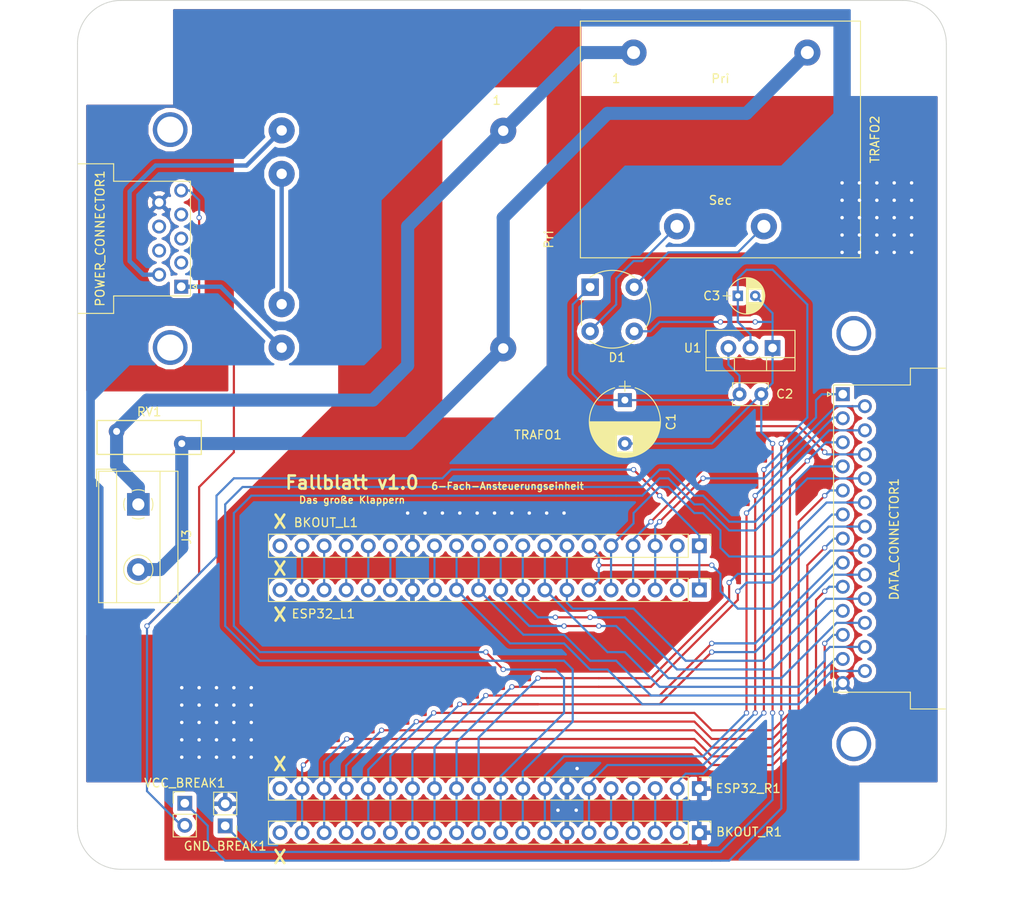
<source format=kicad_pcb>
(kicad_pcb (version 4) (host pcbnew 4.0.7)
  (layers (0 F.Cu signal) (31 B.Cu signal) (34 B.Paste user) (35 F.Paste user) (36 B.SilkS user) (37 F.SilkS user) (38 B.Mask user) (39 F.Mask user) (44 Edge.Cuts user))
  (net 0 "")
  (net 1 +3V3)
  (net 2 GND)
  (net 3 "Net-(BKOUT_L1-Pad2)")
  (net 4 "Net-(BKOUT_L1-Pad13)")
  (net 5 "Net-(BKOUT_L1-Pad15)")
  (net 6 "Net-(BKOUT_L1-Pad16)")
  (net 7 "Net-(BKOUT_L1-Pad17)")
  (net 8 "Net-(BKOUT_L1-Pad18)")
  (net 9 "Net-(BKOUT_L1-Pad19)")
  (net 10 "Net-(BKOUT_R1-Pad3)")
  (net 11 "Net-(BKOUT_R1-Pad4)")
  (net 12 "Net-(BKOUT_R1-Pad5)")
  (net 13 "Net-(C1-Pad1)")
  (net 14 48VAC_L)
  (net 15 48VAC_N)
  (net 16 "Net-(D1-Pad4)")
  (net 17 230VAC_L)
  (net 18 230VAC_N)
  (net 19 "Net-(D1-Pad2)")
  (net 20 /SENSOR_IN_1)
  (net 21 /SENSOR_IN_2)
  (net 22 /SENSOR_IN_3)
  (net 23 /SENSOR_IN_4)
  (net 24 /SENSOR_IN_5)
  (net 25 /SENSOR_IN_6)
  (net 26 /FSENSOR5)
  (net 27 /HSENSOR5)
  (net 28 /FSENSOR6)
  (net 29 /HSENSOR6)
  (net 30 /MOTOR1)
  (net 31 /FSENSOR1)
  (net 32 /HSENSOR1)
  (net 33 /FSENSOR2)
  (net 34 /HSENSOR2)
  (net 35 /FSENSOR3)
  (net 36 /HSENSOR3)
  (net 37 /FSENSOR4)
  (net 38 /HSENSOR4)
  (net 39 /MOTOR2)
  (net 40 /MOTOR3)
  (net 41 /MOTOR4)
  (net 42 /MOTOR5)
  (net 43 /MOTOR6)
  (net 44 "Net-(POWER_CONNECTOR1-Pad2)")
  (net 45 "Net-(POWER_CONNECTOR1-Pad3)")
  (net 46 "Net-(POWER_CONNECTOR1-Pad4)")
  (net 47 "Net-(POWER_CONNECTOR1-Pad7)")
  (net 48 "Net-(POWER_CONNECTOR1-Pad8)")
  (net 49 "Net-(TRAFO1-Pad11)")
  (net 50 /+3.3V_ESP)
  (net 51 /GND_ESP)
  (module special:VIA-0.6mm (layer F.Cu) (at 106.8 119.9)
    (fp_text reference REF** hide)
    (fp_text value VIA-0.6mm hide)
    (pad 1 thru_hole circle (at 0 0) (size 0.6 0.6) (drill 0.4) (layers *.Cu) (net 51 /GND_ESP))
  )
  (module special:VIA-0.6mm (layer F.Cu) (at 108.8 119.9)
    (fp_text reference REF** hide)
    (fp_text value VIA-0.6mm hide)
    (pad 1 thru_hole circle (at 0 0) (size 0.6 0.6) (drill 0.4) (layers *.Cu) (net 51 /GND_ESP))
  )
  (module special:VIA-0.6mm (layer F.Cu) (at 110.8 119.9)
    (fp_text reference REF** hide)
    (fp_text value VIA-0.6mm hide)
    (pad 1 thru_hole circle (at 0 0) (size 0.6 0.6) (drill 0.4) (layers *.Cu) (net 51 /GND_ESP))
  )
  (module special:VIA-0.6mm (layer F.Cu) (at 112.8 119.9)
    (fp_text reference REF** hide)
    (fp_text value VIA-0.6mm hide)
    (pad 1 thru_hole circle (at 0 0) (size 0.6 0.6) (drill 0.4) (layers *.Cu) (net 51 /GND_ESP))
  )
  (module special:VIA-0.6mm (layer F.Cu) (at 114.8 119.9)
    (fp_text reference REF** hide)
    (fp_text value VIA-0.6mm hide)
    (pad 1 thru_hole circle (at 0 0) (size 0.6 0.6) (drill 0.4) (layers *.Cu) (net 51 /GND_ESP))
  )
  (module special:VIA-0.6mm (layer F.Cu) (at 106.8 121.9)
    (fp_text reference REF** hide)
    (fp_text value VIA-0.6mm hide)
    (pad 1 thru_hole circle (at 0 0) (size 0.6 0.6) (drill 0.4) (layers *.Cu) (net 51 /GND_ESP))
  )
  (module special:VIA-0.6mm (layer F.Cu) (at 108.8 121.9)
    (fp_text reference REF** hide)
    (fp_text value VIA-0.6mm hide)
    (pad 1 thru_hole circle (at 0 0) (size 0.6 0.6) (drill 0.4) (layers *.Cu) (net 51 /GND_ESP))
  )
  (module special:VIA-0.6mm (layer F.Cu) (at 110.8 121.9)
    (fp_text reference REF** hide)
    (fp_text value VIA-0.6mm hide)
    (pad 1 thru_hole circle (at 0 0) (size 0.6 0.6) (drill 0.4) (layers *.Cu) (net 51 /GND_ESP))
  )
  (module special:VIA-0.6mm (layer F.Cu) (at 112.8 121.9)
    (fp_text reference REF** hide)
    (fp_text value VIA-0.6mm hide)
    (pad 1 thru_hole circle (at 0 0) (size 0.6 0.6) (drill 0.4) (layers *.Cu) (net 51 /GND_ESP))
  )
  (module special:VIA-0.6mm (layer F.Cu) (at 114.8 121.9)
    (fp_text reference REF** hide)
    (fp_text value VIA-0.6mm hide)
    (pad 1 thru_hole circle (at 0 0) (size 0.6 0.6) (drill 0.4) (layers *.Cu) (net 51 /GND_ESP))
  )
  (module special:VIA-0.6mm (layer F.Cu) (at 106.8 123.9)
    (fp_text reference REF** hide)
    (fp_text value VIA-0.6mm hide)
    (pad 1 thru_hole circle (at 0 0) (size 0.6 0.6) (drill 0.4) (layers *.Cu) (net 51 /GND_ESP))
  )
  (module special:VIA-0.6mm (layer F.Cu) (at 108.8 123.9)
    (fp_text reference REF** hide)
    (fp_text value VIA-0.6mm hide)
    (pad 1 thru_hole circle (at 0 0) (size 0.6 0.6) (drill 0.4) (layers *.Cu) (net 51 /GND_ESP))
  )
  (module special:VIA-0.6mm (layer F.Cu) (at 110.8 123.9)
    (fp_text reference REF** hide)
    (fp_text value VIA-0.6mm hide)
    (pad 1 thru_hole circle (at 0 0) (size 0.6 0.6) (drill 0.4) (layers *.Cu) (net 51 /GND_ESP))
  )
  (module special:VIA-0.6mm (layer F.Cu) (at 112.8 123.9)
    (fp_text reference REF** hide)
    (fp_text value VIA-0.6mm hide)
    (pad 1 thru_hole circle (at 0 0) (size 0.6 0.6) (drill 0.4) (layers *.Cu) (net 51 /GND_ESP))
  )
  (module special:VIA-0.6mm (layer F.Cu) (at 114.8 123.9)
    (fp_text reference REF** hide)
    (fp_text value VIA-0.6mm hide)
    (pad 1 thru_hole circle (at 0 0) (size 0.6 0.6) (drill 0.4) (layers *.Cu) (net 51 /GND_ESP))
  )
  (module special:VIA-0.6mm (layer F.Cu) (at 106.8 125.9)
    (fp_text reference REF** hide)
    (fp_text value VIA-0.6mm hide)
    (pad 1 thru_hole circle (at 0 0) (size 0.6 0.6) (drill 0.4) (layers *.Cu) (net 51 /GND_ESP))
  )
  (module special:VIA-0.6mm (layer F.Cu) (at 108.8 125.9)
    (fp_text reference REF** hide)
    (fp_text value VIA-0.6mm hide)
    (pad 1 thru_hole circle (at 0 0) (size 0.6 0.6) (drill 0.4) (layers *.Cu) (net 51 /GND_ESP))
  )
  (module special:VIA-0.6mm (layer F.Cu) (at 110.8 125.9)
    (fp_text reference REF** hide)
    (fp_text value VIA-0.6mm hide)
    (pad 1 thru_hole circle (at 0 0) (size 0.6 0.6) (drill 0.4) (layers *.Cu) (net 51 /GND_ESP))
  )
  (module special:VIA-0.6mm (layer F.Cu) (at 112.8 125.9)
    (fp_text reference REF** hide)
    (fp_text value VIA-0.6mm hide)
    (pad 1 thru_hole circle (at 0 0) (size 0.6 0.6) (drill 0.4) (layers *.Cu) (net 51 /GND_ESP))
  )
  (module special:VIA-0.6mm (layer F.Cu) (at 114.8 125.9)
    (fp_text reference REF** hide)
    (fp_text value VIA-0.6mm hide)
    (pad 1 thru_hole circle (at 0 0) (size 0.6 0.6) (drill 0.4) (layers *.Cu) (net 51 /GND_ESP))
  )
  (module special:VIA-0.6mm (layer F.Cu) (at 106.8 127.9)
    (fp_text reference REF** hide)
    (fp_text value VIA-0.6mm hide)
    (pad 1 thru_hole circle (at 0 0) (size 0.6 0.6) (drill 0.4) (layers *.Cu) (net 51 /GND_ESP))
  )
  (module special:VIA-0.6mm (layer F.Cu) (at 108.8 127.9)
    (fp_text reference REF** hide)
    (fp_text value VIA-0.6mm hide)
    (pad 1 thru_hole circle (at 0 0) (size 0.6 0.6) (drill 0.4) (layers *.Cu) (net 51 /GND_ESP))
  )
  (module special:VIA-0.6mm (layer F.Cu) (at 110.8 127.9)
    (fp_text reference REF** hide)
    (fp_text value VIA-0.6mm hide)
    (pad 1 thru_hole circle (at 0 0) (size 0.6 0.6) (drill 0.4) (layers *.Cu) (net 51 /GND_ESP))
  )
  (module special:VIA-0.6mm (layer F.Cu) (at 112.8 127.9)
    (fp_text reference REF** hide)
    (fp_text value VIA-0.6mm hide)
    (pad 1 thru_hole circle (at 0 0) (size 0.6 0.6) (drill 0.4) (layers *.Cu) (net 51 /GND_ESP))
  )
  (module special:VIA-0.6mm (layer F.Cu) (at 114.8 127.9)
    (fp_text reference REF** hide)
    (fp_text value VIA-0.6mm hide)
    (pad 1 thru_hole circle (at 0 0) (size 0.6 0.6) (drill 0.4) (layers *.Cu) (net 51 /GND_ESP))
  )
  (module special:VIA-0.6mm (layer F.Cu) (at 150.8 99.8)
    (fp_text reference REF** hide)
    (fp_text value VIA-0.6mm hide)
    (pad 1 thru_hole circle (at 0 0) (size 0.6 0.6) (drill 0.4) (layers *.Cu) (net 51 /GND_ESP))
  )
  (module special:VIA-0.6mm (layer F.Cu) (at 148.8 99.8)
    (fp_text reference REF** hide)
    (fp_text value VIA-0.6mm hide)
    (pad 1 thru_hole circle (at 0 0) (size 0.6 0.6) (drill 0.4) (layers *.Cu) (net 51 /GND_ESP))
  )
  (module special:VIA-0.6mm (layer F.Cu) (at 146.8 99.8)
    (fp_text reference REF** hide)
    (fp_text value VIA-0.6mm hide)
    (pad 1 thru_hole circle (at 0 0) (size 0.6 0.6) (drill 0.4) (layers *.Cu) (net 51 /GND_ESP))
  )
  (module special:VIA-0.6mm (layer F.Cu) (at 144.8 99.8)
    (fp_text reference REF** hide)
    (fp_text value VIA-0.6mm hide)
    (pad 1 thru_hole circle (at 0 0) (size 0.6 0.6) (drill 0.4) (layers *.Cu) (net 51 /GND_ESP))
  )
  (module special:VIA-0.6mm (layer F.Cu) (at 142.8 99.8)
    (fp_text reference REF** hide)
    (fp_text value VIA-0.6mm hide)
    (pad 1 thru_hole circle (at 0 0) (size 0.6 0.6) (drill 0.4) (layers *.Cu) (net 51 /GND_ESP))
  )
  (module special:VIA-0.6mm (layer F.Cu) (at 140.8 99.8)
    (fp_text reference REF** hide)
    (fp_text value VIA-0.6mm hide)
    (pad 1 thru_hole circle (at 0 0) (size 0.6 0.6) (drill 0.4) (layers *.Cu) (net 51 /GND_ESP))
  )
  (module special:VIA-0.6mm (layer F.Cu) (at 138.8 99.8)
    (fp_text reference REF** hide)
    (fp_text value VIA-0.6mm hide)
    (pad 1 thru_hole circle (at 0 0) (size 0.6 0.6) (drill 0.4) (layers *.Cu) (net 51 /GND_ESP))
  )
  (module special:VIA-0.6mm (layer F.Cu) (at 136.8 99.8)
    (fp_text reference REF** hide)
    (fp_text value VIA-0.6mm hide)
    (pad 1 thru_hole circle (at 0 0) (size 0.6 0.6) (drill 0.4) (layers *.Cu) (net 51 /GND_ESP))
  )
  (module special:VIA-0.6mm (layer F.Cu) (at 134.8 99.8)
    (fp_text reference REF** hide)
    (fp_text value VIA-0.6mm hide)
    (pad 1 thru_hole circle (at 0 0) (size 0.6 0.6) (drill 0.4) (layers *.Cu) (net 51 /GND_ESP))
  )
  (module special:VIA-0.6mm (layer F.Cu) (at 132.8 99.8)
    (fp_text reference REF** hide)
    (fp_text value VIA-0.6mm hide)
    (pad 1 thru_hole circle (at 0 0) (size 0.6 0.6) (drill 0.4) (layers *.Cu) (net 51 /GND_ESP))
  )
  (module special:VIA-0.6mm (layer F.Cu) (at 190.8 69.8)
    (fp_text reference REF** hide)
    (fp_text value VIA-0.6mm hide)
    (pad 1 thru_hole circle (at 0 0) (size 0.6 0.6) (drill 0.4) (layers *.Cu) (net 51 /GND_ESP))
  )
  (module special:VIA-0.6mm (layer F.Cu) (at 188.8 69.8)
    (fp_text reference REF** hide)
    (fp_text value VIA-0.6mm hide)
    (pad 1 thru_hole circle (at 0 0) (size 0.6 0.6) (drill 0.4) (layers *.Cu) (net 51 /GND_ESP))
  )
  (module special:VIA-0.6mm (layer F.Cu) (at 186.8 69.8)
    (fp_text reference REF** hide)
    (fp_text value VIA-0.6mm hide)
    (pad 1 thru_hole circle (at 0 0) (size 0.6 0.6) (drill 0.4) (layers *.Cu) (net 51 /GND_ESP))
  )
  (module special:VIA-0.6mm (layer F.Cu) (at 184.8 69.8)
    (fp_text reference REF** hide)
    (fp_text value VIA-0.6mm hide)
    (pad 1 thru_hole circle (at 0 0) (size 0.6 0.6) (drill 0.4) (layers *.Cu) (net 51 /GND_ESP))
  )
  (module special:VIA-0.6mm (layer F.Cu) (at 182.8 69.8)
    (fp_text reference REF** hide)
    (fp_text value VIA-0.6mm hide)
    (pad 1 thru_hole circle (at 0 0) (size 0.6 0.6) (drill 0.4) (layers *.Cu) (net 51 /GND_ESP))
  )
  (module special:VIA-0.6mm (layer F.Cu) (at 190.8 67.8)
    (fp_text reference REF** hide)
    (fp_text value VIA-0.6mm hide)
    (pad 1 thru_hole circle (at 0 0) (size 0.6 0.6) (drill 0.4) (layers *.Cu) (net 51 /GND_ESP))
  )
  (module special:VIA-0.6mm (layer F.Cu) (at 188.8 67.8)
    (fp_text reference REF** hide)
    (fp_text value VIA-0.6mm hide)
    (pad 1 thru_hole circle (at 0 0) (size 0.6 0.6) (drill 0.4) (layers *.Cu) (net 51 /GND_ESP))
  )
  (module special:VIA-0.6mm (layer F.Cu) (at 186.8 67.8)
    (fp_text reference REF** hide)
    (fp_text value VIA-0.6mm hide)
    (pad 1 thru_hole circle (at 0 0) (size 0.6 0.6) (drill 0.4) (layers *.Cu) (net 51 /GND_ESP))
  )
  (module special:VIA-0.6mm (layer F.Cu) (at 184.8 67.8)
    (fp_text reference REF** hide)
    (fp_text value VIA-0.6mm hide)
    (pad 1 thru_hole circle (at 0 0) (size 0.6 0.6) (drill 0.4) (layers *.Cu) (net 51 /GND_ESP))
  )
  (module special:VIA-0.6mm (layer F.Cu) (at 182.8 67.8)
    (fp_text reference REF** hide)
    (fp_text value VIA-0.6mm hide)
    (pad 1 thru_hole circle (at 0 0) (size 0.6 0.6) (drill 0.4) (layers *.Cu) (net 51 /GND_ESP))
  )
  (module special:VIA-0.6mm (layer F.Cu) (at 190.8 65.8)
    (fp_text reference REF** hide)
    (fp_text value VIA-0.6mm hide)
    (pad 1 thru_hole circle (at 0 0) (size 0.6 0.6) (drill 0.4) (layers *.Cu) (net 51 /GND_ESP))
  )
  (module special:VIA-0.6mm (layer F.Cu) (at 188.8 65.8)
    (fp_text reference REF** hide)
    (fp_text value VIA-0.6mm hide)
    (pad 1 thru_hole circle (at 0 0) (size 0.6 0.6) (drill 0.4) (layers *.Cu) (net 51 /GND_ESP))
  )
  (module special:VIA-0.6mm (layer F.Cu) (at 186.8 65.8)
    (fp_text reference REF** hide)
    (fp_text value VIA-0.6mm hide)
    (pad 1 thru_hole circle (at 0 0) (size 0.6 0.6) (drill 0.4) (layers *.Cu) (net 51 /GND_ESP))
  )
  (module special:VIA-0.6mm (layer F.Cu) (at 184.8 65.8)
    (fp_text reference REF** hide)
    (fp_text value VIA-0.6mm hide)
    (pad 1 thru_hole circle (at 0 0) (size 0.6 0.6) (drill 0.4) (layers *.Cu) (net 51 /GND_ESP))
  )
  (module special:VIA-0.6mm (layer F.Cu) (at 182.8 65.8)
    (fp_text reference REF** hide)
    (fp_text value VIA-0.6mm hide)
    (pad 1 thru_hole circle (at 0 0) (size 0.6 0.6) (drill 0.4) (layers *.Cu) (net 51 /GND_ESP))
  )
  (module special:VIA-0.6mm (layer F.Cu) (at 190.8 63.8)
    (fp_text reference REF** hide)
    (fp_text value VIA-0.6mm hide)
    (pad 1 thru_hole circle (at 0 0) (size 0.6 0.6) (drill 0.4) (layers *.Cu) (net 51 /GND_ESP))
  )
  (module special:VIA-0.6mm (layer F.Cu) (at 188.8 63.8)
    (fp_text reference REF** hide)
    (fp_text value VIA-0.6mm hide)
    (pad 1 thru_hole circle (at 0 0) (size 0.6 0.6) (drill 0.4) (layers *.Cu) (net 51 /GND_ESP))
  )
  (module special:VIA-0.6mm (layer F.Cu) (at 186.8 63.8)
    (fp_text reference REF** hide)
    (fp_text value VIA-0.6mm hide)
    (pad 1 thru_hole circle (at 0 0) (size 0.6 0.6) (drill 0.4) (layers *.Cu) (net 51 /GND_ESP))
  )
  (module special:VIA-0.6mm (layer F.Cu) (at 184.8 63.8)
    (fp_text reference REF** hide)
    (fp_text value VIA-0.6mm hide)
    (pad 1 thru_hole circle (at 0 0) (size 0.6 0.6) (drill 0.4) (layers *.Cu) (net 51 /GND_ESP))
  )
  (module special:VIA-0.6mm (layer F.Cu) (at 182.8 63.8)
    (fp_text reference REF** hide)
    (fp_text value VIA-0.6mm hide)
    (pad 1 thru_hole circle (at 0 0) (size 0.6 0.6) (drill 0.4) (layers *.Cu) (net 51 /GND_ESP))
  )
  (module special:VIA-0.6mm (layer F.Cu) (at 190.8 61.8)
    (fp_text reference REF** hide)
    (fp_text value VIA-0.6mm hide)
    (pad 1 thru_hole circle (at 0 0) (size 0.6 0.6) (drill 0.4) (layers *.Cu) (net 51 /GND_ESP))
  )
  (module special:VIA-0.6mm (layer F.Cu) (at 188.8 61.8)
    (fp_text reference REF** hide)
    (fp_text value VIA-0.6mm hide)
    (pad 1 thru_hole circle (at 0 0) (size 0.6 0.6) (drill 0.4) (layers *.Cu) (net 51 /GND_ESP))
  )
  (module special:VIA-0.6mm (layer F.Cu) (at 186.8 61.8)
    (fp_text reference REF** hide)
    (fp_text value VIA-0.6mm hide)
    (pad 1 thru_hole circle (at 0 0) (size 0.6 0.6) (drill 0.4) (layers *.Cu) (net 51 /GND_ESP))
  )
  (module special:VIA-0.6mm (layer F.Cu) (at 184.8 61.8)
    (fp_text reference REF** hide)
    (fp_text value VIA-0.6mm hide)
    (pad 1 thru_hole circle (at 0 0) (size 0.6 0.6) (drill 0.4) (layers *.Cu) (net 51 /GND_ESP))
  )
  (module DSUB-25_Female_Horizontal_Pitch2.77x2.54mm_EdgePinOffset9.40mm_CLICK (layer F.Cu) (at 182.88 86.12 90)
    (fp_text reference DATA_CONNECTOR1 (at -16.68 5.92 90) (layer F.SilkS))
    (fp_text value DB25_Female)
    (pad B1 thru_hole circle (at -40.24 1.27 90) (size 4 4) (drill 3) (layers *.Cu *.Mask))
    (pad 1 thru_hole rect (at 0 0 90) (size 1.6 1.6) (drill 1) (layers *.Cu *.Mask) (net 30 /MOTOR1))
    (pad 2 thru_hole circle (at -2.77 0 90) (size 1.6 1.6) (drill 1) (layers *.Cu *.Mask) (net 31 /FSENSOR1))
    (pad 3 thru_hole circle (at -5.54 0 90) (size 1.6 1.6) (drill 1) (layers *.Cu *.Mask) (net 39 /MOTOR2))
    (pad 4 thru_hole circle (at -8.31 0 90) (size 1.6 1.6) (drill 1) (layers *.Cu *.Mask) (net 33 /FSENSOR2))
    (pad 5 thru_hole circle (at -11.08 0 90) (size 1.6 1.6) (drill 1) (layers *.Cu *.Mask) (net 40 /MOTOR3))
    (pad 6 thru_hole circle (at -13.85 0 90) (size 1.6 1.6) (drill 1) (layers *.Cu *.Mask) (net 35 /FSENSOR3))
    (pad 7 thru_hole circle (at -16.62 0 90) (size 1.6 1.6) (drill 1) (layers *.Cu *.Mask) (net 41 /MOTOR4))
    (pad 8 thru_hole circle (at -19.39 0 90) (size 1.6 1.6) (drill 1) (layers *.Cu *.Mask) (net 37 /FSENSOR4))
    (pad 9 thru_hole circle (at -22.16 0 90) (size 1.6 1.6) (drill 1) (layers *.Cu *.Mask) (net 42 /MOTOR5))
    (pad 10 thru_hole circle (at -24.93 0 90) (size 1.6 1.6) (drill 1) (layers *.Cu *.Mask) (net 26 /FSENSOR5))
    (pad 11 thru_hole circle (at -27.7 0 90) (size 1.6 1.6) (drill 1) (layers *.Cu *.Mask) (net 43 /MOTOR6))
    (pad 12 thru_hole circle (at -30.47 0 90) (size 1.6 1.6) (drill 1) (layers *.Cu *.Mask) (net 28 /FSENSOR6))
    (pad 13 thru_hole circle (at -33.24 0 90) (size 1.6 1.6) (drill 1) (layers *.Cu *.Mask) (net 51 /GND_ESP))
    (pad 14 thru_hole circle (at -1.385 2.54 90) (size 1.6 1.6) (drill 1) (layers *.Cu *.Mask) (net 20 /SENSOR_IN_1))
    (pad 15 thru_hole circle (at -4.155 2.54 90) (size 1.6 1.6) (drill 1) (layers *.Cu *.Mask) (net 32 /HSENSOR1))
    (pad 16 thru_hole circle (at -6.925 2.54 90) (size 1.6 1.6) (drill 1) (layers *.Cu *.Mask) (net 21 /SENSOR_IN_2))
    (pad 17 thru_hole circle (at -9.695 2.54 90) (size 1.6 1.6) (drill 1) (layers *.Cu *.Mask) (net 34 /HSENSOR2))
    (pad 18 thru_hole circle (at -12.465 2.54 90) (size 1.6 1.6) (drill 1) (layers *.Cu *.Mask) (net 22 /SENSOR_IN_3))
    (pad 19 thru_hole circle (at -15.235 2.54 90) (size 1.6 1.6) (drill 1) (layers *.Cu *.Mask) (net 36 /HSENSOR3))
    (pad 20 thru_hole circle (at -18.005 2.54 90) (size 1.6 1.6) (drill 1) (layers *.Cu *.Mask) (net 23 /SENSOR_IN_4))
    (pad 21 thru_hole circle (at -20.775 2.54 90) (size 1.6 1.6) (drill 1) (layers *.Cu *.Mask) (net 38 /HSENSOR4))
    (pad 22 thru_hole circle (at -23.545 2.54 90) (size 1.6 1.6) (drill 1) (layers *.Cu *.Mask) (net 24 /SENSOR_IN_5))
    (pad 23 thru_hole circle (at -26.315 2.54 90) (size 1.6 1.6) (drill 1) (layers *.Cu *.Mask) (net 27 /HSENSOR5))
    (pad 24 thru_hole circle (at -29.085 2.54 90) (size 1.6 1.6) (drill 1) (layers *.Cu *.Mask) (net 25 /SENSOR_IN_6))
    (pad 25 thru_hole circle (at -31.855 2.54 90) (size 1.6 1.6) (drill 1) (layers *.Cu *.Mask) (net 29 /HSENSOR6))
    (pad B2 thru_hole circle (at 7 1.27 90) (size 4 4) (drill 3) (layers *.Cu *.Mask))
  )
  (module DSUB-9_Female_Horizontal_Pitch2.77x2.54mm_EdgePinOffset9.40mm_CLICK (layer F.Cu) (at 106.74 73.75 270)
    (fp_text reference POWER_CONNECTOR1 (at -5.55 9.34 270) (layer F.SilkS))
    (fp_text value DB9_Female)
    (pad B1 thru_hole circle (at -18.08 1.27 270) (size 4 4) (drill 3) (layers *.Cu *.Mask))
    (pad 1 thru_hole rect (at 0 0 270) (size 1.6 1.6) (drill 1) (layers *.Cu *.Mask) (net 14 48VAC_L))
    (pad 2 thru_hole circle (at -2.77 0 270) (size 1.6 1.6) (drill 1) (layers *.Cu *.Mask) (net 44 "Net-(POWER_CONNECTOR1-Pad2)"))
    (pad 3 thru_hole circle (at -5.54 0 270) (size 1.6 1.6) (drill 1) (layers *.Cu *.Mask) (net 45 "Net-(POWER_CONNECTOR1-Pad3)"))
    (pad 4 thru_hole circle (at -8.31 0 270) (size 1.6 1.6) (drill 1) (layers *.Cu *.Mask) (net 46 "Net-(POWER_CONNECTOR1-Pad4)"))
    (pad 5 thru_hole circle (at -11.08 0 270) (size 1.6 1.6) (drill 1) (layers *.Cu *.Mask) (net 50 /+3.3V_ESP))
    (pad 6 thru_hole circle (at -1.385 2.54 270) (size 1.6 1.6) (drill 1) (layers *.Cu *.Mask) (net 15 48VAC_N))
    (pad 7 thru_hole circle (at -4.155 2.54 270) (size 1.6 1.6) (drill 1) (layers *.Cu *.Mask) (net 47 "Net-(POWER_CONNECTOR1-Pad7)"))
    (pad 8 thru_hole circle (at -6.925 2.54 270) (size 1.6 1.6) (drill 1) (layers *.Cu *.Mask) (net 48 "Net-(POWER_CONNECTOR1-Pad8)"))
    (pad 9 thru_hole circle (at -9.695 2.54 270) (size 1.6 1.6) (drill 1) (layers *.Cu *.Mask) (net 51 /GND_ESP))
    (pad B2 thru_hole circle (at 7 1.27 270) (size 4 4) (drill 3) (layers *.Cu *.Mask))
  )
  (module Capacitors_THT:CP_Radial_D8.0mm_P5.00mm (layer F.Cu) (at 157.8 86.8 270)
    (fp_text reference C1 (at 2.5 -5.31 270) (layer F.SilkS))
    (fp_text value 470u)
    (pad 1 thru_hole rect (at 0 0 270) (size 1.6 1.6) (drill 0.8) (layers *.Cu *.Mask) (net 13 "Net-(C1-Pad1)"))
    (pad 2 thru_hole circle (at 5 0 270) (size 1.6 1.6) (drill 0.8) (layers *.Cu *.Mask) (net 2 GND))
  )
  (module Capacitors_THT:C_Rect_L4.0mm_W2.5mm_P2.50mm (layer F.Cu) (at 171 86.12)
    (fp_text reference C2 (at 5.2 -0.02) (layer F.SilkS))
    (fp_text value 100n)
    (pad 1 thru_hole circle (at 0 0) (size 1.6 1.6) (drill 0.8) (layers *.Cu *.Mask) (net 13 "Net-(C1-Pad1)"))
    (pad 2 thru_hole circle (at 2.5 0) (size 1.6 1.6) (drill 0.8) (layers *.Cu *.Mask) (net 2 GND))
  )
  (module Capacitors_THT:CP_Radial_D4.0mm_P2.00mm (layer F.Cu) (at 170.8 74.8)
    (fp_text reference C3 (at -3 0) (layer F.SilkS))
    (fp_text value 10u)
    (pad 1 thru_hole rect (at 0 0) (size 1.2 1.2) (drill 0.6) (layers *.Cu *.Mask) (net 1 +3V3))
    (pad 2 thru_hole circle (at 2 0) (size 1.2 1.2) (drill 0.6) (layers *.Cu *.Mask) (net 2 GND))
  )
  (module Diodes_THT:Diode_Bridge_Round_D8.9mm (layer F.Cu) (at 153.8 73.8)
    (fp_text reference D1 (at 3.1 8.1) (layer F.SilkS))
    (fp_text value D_Bridge_+-AA)
    (pad 4 thru_hole oval (at 5.08 0) (size 2 2) (drill 1) (layers *.Cu *.Mask) (net 16 "Net-(D1-Pad4)"))
    (pad 2 thru_hole oval (at 0 5.08) (size 2 2) (drill 1) (layers *.Cu *.Mask) (net 19 "Net-(D1-Pad2)"))
    (pad 3 thru_hole oval (at 5.08 5.08) (size 2 2) (drill 1) (layers *.Cu *.Mask) (net 2 GND))
    (pad 1 thru_hole rect (at 0 0) (size 2 2) (drill 1) (layers *.Cu *.Mask) (net 13 "Net-(C1-Pad1)"))
  )
  (module TO_SOT_Packages_THT:TO-220-3_Vertical (layer F.Cu) (at 174.8 80.8 180)
    (fp_text reference U1 (at 9.2 0 180) (layer F.SilkS))
    (fp_text value LD1117S33TR_SOT223)
    (pad 1 thru_hole rect (at 0 0 180) (size 1.8 1.8) (drill 1) (layers *.Cu *.Mask) (net 2 GND))
    (pad 2 thru_hole oval (at 2.54 0 180) (size 1.8 1.8) (drill 1) (layers *.Cu *.Mask) (net 1 +3V3))
    (pad 3 thru_hole oval (at 5.08 0 180) (size 1.8 1.8) (drill 1) (layers *.Cu *.Mask) (net 13 "Net-(C1-Pad1)"))
  )
  (module Socket_Strips:Socket_Strip_Straight_1x20_Pitch2.54mm (layer F.Cu) (at 166.37 131.51 270)
    (fp_text reference ESP32_R1 (at -0.01 -5.63 360) (layer F.SilkS))
    (fp_text value Conn_01x19_Female)
    (pad 1 thru_hole rect (at 0 0 270) (size 1.7 1.7) (drill 1) (layers *.Cu *.Mask) (net 51 /GND_ESP))
    (pad 2 thru_hole oval (at 0 2.54 270) (size 1.7 1.7) (drill 1) (layers *.Cu *.Mask) (net 30 /MOTOR1))
    (pad 3 thru_hole oval (at 0 5.08 270) (size 1.7 1.7) (drill 1) (layers *.Cu *.Mask) (net 10 "Net-(BKOUT_R1-Pad3)"))
    (pad 4 thru_hole oval (at 0 7.62 270) (size 1.7 1.7) (drill 1) (layers *.Cu *.Mask) (net 11 "Net-(BKOUT_R1-Pad4)"))
    (pad 5 thru_hole oval (at 0 10.16 270) (size 1.7 1.7) (drill 1) (layers *.Cu *.Mask) (net 12 "Net-(BKOUT_R1-Pad5)"))
    (pad 6 thru_hole oval (at 0 12.7 270) (size 1.7 1.7) (drill 1) (layers *.Cu *.Mask) (net 31 /FSENSOR1))
    (pad 7 thru_hole oval (at 0 15.24 270) (size 1.7 1.7) (drill 1) (layers *.Cu *.Mask) (net 51 /GND_ESP))
    (pad 8 thru_hole oval (at 0 17.78 270) (size 1.7 1.7) (drill 1) (layers *.Cu *.Mask) (net 32 /HSENSOR1))
    (pad 9 thru_hole oval (at 0 20.32 270) (size 1.7 1.7) (drill 1) (layers *.Cu *.Mask) (net 33 /FSENSOR2))
    (pad 10 thru_hole oval (at 0 22.86 270) (size 1.7 1.7) (drill 1) (layers *.Cu *.Mask) (net 34 /HSENSOR2))
    (pad 11 thru_hole oval (at 0 25.4 270) (size 1.7 1.7) (drill 1) (layers *.Cu *.Mask) (net 35 /FSENSOR3))
    (pad 12 thru_hole oval (at 0 27.94 270) (size 1.7 1.7) (drill 1) (layers *.Cu *.Mask) (net 36 /HSENSOR3))
    (pad 13 thru_hole oval (at 0 30.48 270) (size 1.7 1.7) (drill 1) (layers *.Cu *.Mask) (net 37 /FSENSOR4))
    (pad 14 thru_hole oval (at 0 33.02 270) (size 1.7 1.7) (drill 1) (layers *.Cu *.Mask) (net 38 /HSENSOR4))
    (pad 15 thru_hole oval (at 0 35.56 270) (size 1.7 1.7) (drill 1) (layers *.Cu *.Mask) (net 39 /MOTOR2))
    (pad 16 thru_hole oval (at 0 38.1 270) (size 1.7 1.7) (drill 1) (layers *.Cu *.Mask) (net 40 /MOTOR3))
    (pad 17 thru_hole oval (at 0 40.64 270) (size 1.7 1.7) (drill 1) (layers *.Cu *.Mask) (net 41 /MOTOR4))
    (pad 18 thru_hole oval (at 0 43.18 270) (size 1.7 1.7) (drill 1) (layers *.Cu *.Mask) (net 42 /MOTOR5))
    (pad 19 thru_hole oval (at 0 45.72 270) (size 1.7 1.7) (drill 1) (layers *.Cu *.Mask) (net 43 /MOTOR6))
    (pad 20 thru_hole oval (at 0 48.26 270) (size 1.7 1.7) (drill 1) (layers *.Cu *.Mask))
  )
  (module Socket_Strips:Socket_Strip_Straight_1x20_Pitch2.54mm (layer F.Cu) (at 166.37 103.57 270)
    (fp_text reference BKOUT_L1 (at -2.67 42.97 360) (layer F.SilkS))
    (fp_text value Conn_01x19_Female)
    (pad 1 thru_hole rect (at 0 0 270) (size 1.7 1.7) (drill 1) (layers *.Cu *.Mask) (net 50 /+3.3V_ESP))
    (pad 2 thru_hole oval (at 0 2.54 270) (size 1.7 1.7) (drill 1) (layers *.Cu *.Mask) (net 3 "Net-(BKOUT_L1-Pad2)"))
    (pad 3 thru_hole oval (at 0 5.08 270) (size 1.7 1.7) (drill 1) (layers *.Cu *.Mask) (net 20 /SENSOR_IN_1))
    (pad 4 thru_hole oval (at 0 7.62 270) (size 1.7 1.7) (drill 1) (layers *.Cu *.Mask) (net 21 /SENSOR_IN_2))
    (pad 5 thru_hole oval (at 0 10.16 270) (size 1.7 1.7) (drill 1) (layers *.Cu *.Mask) (net 22 /SENSOR_IN_3))
    (pad 6 thru_hole oval (at 0 12.7 270) (size 1.7 1.7) (drill 1) (layers *.Cu *.Mask) (net 23 /SENSOR_IN_4))
    (pad 7 thru_hole oval (at 0 15.24 270) (size 1.7 1.7) (drill 1) (layers *.Cu *.Mask) (net 24 /SENSOR_IN_5))
    (pad 8 thru_hole oval (at 0 17.78 270) (size 1.7 1.7) (drill 1) (layers *.Cu *.Mask) (net 25 /SENSOR_IN_6))
    (pad 9 thru_hole oval (at 0 20.32 270) (size 1.7 1.7) (drill 1) (layers *.Cu *.Mask) (net 26 /FSENSOR5))
    (pad 10 thru_hole oval (at 0 22.86 270) (size 1.7 1.7) (drill 1) (layers *.Cu *.Mask) (net 27 /HSENSOR5))
    (pad 11 thru_hole oval (at 0 25.4 270) (size 1.7 1.7) (drill 1) (layers *.Cu *.Mask) (net 28 /FSENSOR6))
    (pad 12 thru_hole oval (at 0 27.94 270) (size 1.7 1.7) (drill 1) (layers *.Cu *.Mask) (net 29 /HSENSOR6))
    (pad 13 thru_hole oval (at 0 30.48 270) (size 1.7 1.7) (drill 1) (layers *.Cu *.Mask) (net 4 "Net-(BKOUT_L1-Pad13)"))
    (pad 14 thru_hole oval (at 0 33.02 270) (size 1.7 1.7) (drill 1) (layers *.Cu *.Mask) (net 51 /GND_ESP))
    (pad 15 thru_hole oval (at 0 35.56 270) (size 1.7 1.7) (drill 1) (layers *.Cu *.Mask) (net 5 "Net-(BKOUT_L1-Pad15)"))
    (pad 16 thru_hole oval (at 0 38.1 270) (size 1.7 1.7) (drill 1) (layers *.Cu *.Mask) (net 6 "Net-(BKOUT_L1-Pad16)"))
    (pad 17 thru_hole oval (at 0 40.64 270) (size 1.7 1.7) (drill 1) (layers *.Cu *.Mask) (net 7 "Net-(BKOUT_L1-Pad17)"))
    (pad 18 thru_hole oval (at 0 43.18 270) (size 1.7 1.7) (drill 1) (layers *.Cu *.Mask) (net 8 "Net-(BKOUT_L1-Pad18)"))
    (pad 19 thru_hole oval (at 0 45.72 270) (size 1.7 1.7) (drill 1) (layers *.Cu *.Mask) (net 9 "Net-(BKOUT_L1-Pad19)"))
    (pad 20 thru_hole oval (at 0 48.26 270) (size 1.7 1.7) (drill 1) (layers *.Cu *.Mask))
  )
  (module Socket_Strips:Socket_Strip_Straight_1x20_Pitch2.54mm (layer F.Cu) (at 166.37 136.59 270)
    (fp_text reference BKOUT_R1 (at -0.09 -5.73 360) (layer F.SilkS))
    (fp_text value Conn_01x19_Female)
    (pad 1 thru_hole rect (at 0 0 270) (size 1.7 1.7) (drill 1) (layers *.Cu *.Mask) (net 51 /GND_ESP))
    (pad 2 thru_hole oval (at 0 2.54 270) (size 1.7 1.7) (drill 1) (layers *.Cu *.Mask) (net 30 /MOTOR1))
    (pad 3 thru_hole oval (at 0 5.08 270) (size 1.7 1.7) (drill 1) (layers *.Cu *.Mask) (net 10 "Net-(BKOUT_R1-Pad3)"))
    (pad 4 thru_hole oval (at 0 7.62 270) (size 1.7 1.7) (drill 1) (layers *.Cu *.Mask) (net 11 "Net-(BKOUT_R1-Pad4)"))
    (pad 5 thru_hole oval (at 0 10.16 270) (size 1.7 1.7) (drill 1) (layers *.Cu *.Mask) (net 12 "Net-(BKOUT_R1-Pad5)"))
    (pad 6 thru_hole oval (at 0 12.7 270) (size 1.7 1.7) (drill 1) (layers *.Cu *.Mask) (net 31 /FSENSOR1))
    (pad 7 thru_hole oval (at 0 15.24 270) (size 1.7 1.7) (drill 1) (layers *.Cu *.Mask) (net 51 /GND_ESP))
    (pad 8 thru_hole oval (at 0 17.78 270) (size 1.7 1.7) (drill 1) (layers *.Cu *.Mask) (net 32 /HSENSOR1))
    (pad 9 thru_hole oval (at 0 20.32 270) (size 1.7 1.7) (drill 1) (layers *.Cu *.Mask) (net 33 /FSENSOR2))
    (pad 10 thru_hole oval (at 0 22.86 270) (size 1.7 1.7) (drill 1) (layers *.Cu *.Mask) (net 34 /HSENSOR2))
    (pad 11 thru_hole oval (at 0 25.4 270) (size 1.7 1.7) (drill 1) (layers *.Cu *.Mask) (net 35 /FSENSOR3))
    (pad 12 thru_hole oval (at 0 27.94 270) (size 1.7 1.7) (drill 1) (layers *.Cu *.Mask) (net 36 /HSENSOR3))
    (pad 13 thru_hole oval (at 0 30.48 270) (size 1.7 1.7) (drill 1) (layers *.Cu *.Mask) (net 37 /FSENSOR4))
    (pad 14 thru_hole oval (at 0 33.02 270) (size 1.7 1.7) (drill 1) (layers *.Cu *.Mask) (net 38 /HSENSOR4))
    (pad 15 thru_hole oval (at 0 35.56 270) (size 1.7 1.7) (drill 1) (layers *.Cu *.Mask) (net 39 /MOTOR2))
    (pad 16 thru_hole oval (at 0 38.1 270) (size 1.7 1.7) (drill 1) (layers *.Cu *.Mask) (net 40 /MOTOR3))
    (pad 17 thru_hole oval (at 0 40.64 270) (size 1.7 1.7) (drill 1) (layers *.Cu *.Mask) (net 41 /MOTOR4))
    (pad 18 thru_hole oval (at 0 43.18 270) (size 1.7 1.7) (drill 1) (layers *.Cu *.Mask) (net 42 /MOTOR5))
    (pad 19 thru_hole oval (at 0 45.72 270) (size 1.7 1.7) (drill 1) (layers *.Cu *.Mask) (net 43 /MOTOR6))
    (pad 20 thru_hole oval (at 0 48.26 270) (size 1.7 1.7) (drill 1) (layers *.Cu *.Mask))
  )
  (module Socket_Strips:Socket_Strip_Straight_1x20_Pitch2.54mm (layer F.Cu) (at 166.37 108.65 270)
    (fp_text reference ESP32_L1 (at 2.75 43.27 360) (layer F.SilkS))
    (fp_text value Conn_01x19_Female)
    (pad 1 thru_hole rect (at 0 0 270) (size 1.7 1.7) (drill 1) (layers *.Cu *.Mask) (net 50 /+3.3V_ESP))
    (pad 2 thru_hole oval (at 0 2.54 270) (size 1.7 1.7) (drill 1) (layers *.Cu *.Mask) (net 3 "Net-(BKOUT_L1-Pad2)"))
    (pad 3 thru_hole oval (at 0 5.08 270) (size 1.7 1.7) (drill 1) (layers *.Cu *.Mask) (net 20 /SENSOR_IN_1))
    (pad 4 thru_hole oval (at 0 7.62 270) (size 1.7 1.7) (drill 1) (layers *.Cu *.Mask) (net 21 /SENSOR_IN_2))
    (pad 5 thru_hole oval (at 0 10.16 270) (size 1.7 1.7) (drill 1) (layers *.Cu *.Mask) (net 22 /SENSOR_IN_3))
    (pad 6 thru_hole oval (at 0 12.7 270) (size 1.7 1.7) (drill 1) (layers *.Cu *.Mask) (net 23 /SENSOR_IN_4))
    (pad 7 thru_hole oval (at 0 15.24 270) (size 1.7 1.7) (drill 1) (layers *.Cu *.Mask) (net 24 /SENSOR_IN_5))
    (pad 8 thru_hole oval (at 0 17.78 270) (size 1.7 1.7) (drill 1) (layers *.Cu *.Mask) (net 25 /SENSOR_IN_6))
    (pad 9 thru_hole oval (at 0 20.32 270) (size 1.7 1.7) (drill 1) (layers *.Cu *.Mask) (net 26 /FSENSOR5))
    (pad 10 thru_hole oval (at 0 22.86 270) (size 1.7 1.7) (drill 1) (layers *.Cu *.Mask) (net 27 /HSENSOR5))
    (pad 11 thru_hole oval (at 0 25.4 270) (size 1.7 1.7) (drill 1) (layers *.Cu *.Mask) (net 28 /FSENSOR6))
    (pad 12 thru_hole oval (at 0 27.94 270) (size 1.7 1.7) (drill 1) (layers *.Cu *.Mask) (net 29 /HSENSOR6))
    (pad 13 thru_hole oval (at 0 30.48 270) (size 1.7 1.7) (drill 1) (layers *.Cu *.Mask) (net 4 "Net-(BKOUT_L1-Pad13)"))
    (pad 14 thru_hole oval (at 0 33.02 270) (size 1.7 1.7) (drill 1) (layers *.Cu *.Mask) (net 51 /GND_ESP))
    (pad 15 thru_hole oval (at 0 35.56 270) (size 1.7 1.7) (drill 1) (layers *.Cu *.Mask) (net 5 "Net-(BKOUT_L1-Pad15)"))
    (pad 16 thru_hole oval (at 0 38.1 270) (size 1.7 1.7) (drill 1) (layers *.Cu *.Mask) (net 6 "Net-(BKOUT_L1-Pad16)"))
    (pad 17 thru_hole oval (at 0 40.64 270) (size 1.7 1.7) (drill 1) (layers *.Cu *.Mask) (net 7 "Net-(BKOUT_L1-Pad17)"))
    (pad 18 thru_hole oval (at 0 43.18 270) (size 1.7 1.7) (drill 1) (layers *.Cu *.Mask) (net 8 "Net-(BKOUT_L1-Pad18)"))
    (pad 19 thru_hole oval (at 0 45.72 270) (size 1.7 1.7) (drill 1) (layers *.Cu *.Mask) (net 9 "Net-(BKOUT_L1-Pad19)"))
    (pad 20 thru_hole oval (at 0 48.26 270) (size 1.7 1.7) (drill 1) (layers *.Cu *.Mask))
  )
  (module Pin_Headers:Pin_Header_Straight_1x02_Pitch2.54mm (layer F.Cu) (at 111.8 135.8 180)
    (fp_text reference GND_BREAK1 (at 0 -2.33 180) (layer F.SilkS))
    (fp_text value Jumper)
    (pad 1 thru_hole rect (at 0 0 180) (size 1.7 1.7) (drill 1) (layers *.Cu *.Mask) (net 2 GND))
    (pad 2 thru_hole oval (at 0 2.54 180) (size 1.7 1.7) (drill 1) (layers *.Cu *.Mask) (net 51 /GND_ESP))
  )
  (module Pin_Headers:Pin_Header_Straight_1x02_Pitch2.54mm (layer F.Cu) (at 107.15 133.2)
    (fp_text reference VCC_BREAK1 (at 0 -2.33) (layer F.SilkS))
    (fp_text value Jumper)
    (pad 1 thru_hole rect (at 0 0) (size 1.7 1.7) (drill 1) (layers *.Cu *.Mask) (net 1 +3V3))
    (pad 2 thru_hole oval (at 0 2.54) (size 1.7 1.7) (drill 1) (layers *.Cu *.Mask) (net 50 /+3.3V_ESP))
  )
  (module Mounting_Holes:MountingHole_3.2mm_M3 (layer F.Cu) (at 99.8 135.8)
    (fp_text reference REF** hide)
    (fp_text value MountingHole_3.2mm_M3)
    (pad 1 np_thru_hole circle (at 0 0) (size 3.2 3.2) (drill 3.2) (layers *.Cu *.Mask))
  )
  (module Mounting_Holes:MountingHole_3.2mm_M3 (layer F.Cu) (at 99.8 45.8)
    (fp_text reference REF** hide)
    (fp_text value MountingHole_3.2mm_M3)
    (pad 1 np_thru_hole circle (at 0 0) (size 3.2 3.2) (drill 3.2) (layers *.Cu *.Mask))
  )
  (module Mounting_Holes:MountingHole_3.2mm_M3 (layer F.Cu) (at 189.8 45.8)
    (fp_text reference REF** hide)
    (fp_text value MountingHole_3.2mm_M3)
    (pad 1 np_thru_hole circle (at 0 0) (size 3.2 3.2) (drill 3.2) (layers *.Cu *.Mask))
  )
  (module Mounting_Holes:MountingHole_3.2mm_M3 (layer F.Cu) (at 189.8 135.8)
    (fp_text reference REF** hide)
    (fp_text value MountingHole_3.2mm_M3)
    (pad 1 np_thru_hole circle (at 0 0) (size 3.2 3.2) (drill 3.2) (layers *.Cu *.Mask))
  )
  (module Varistors:RV_Disc_D12_W3.9_P7.5 (layer F.Cu) (at 106.8 91.8 180)
    (fp_text reference RV1 (at 3.75 3.65 180) (layer F.SilkS))
    (fp_text value Varistor)
    (pad 1 thru_hole circle (at 0 0 180) (size 1.8 1.8) (drill 0.8) (layers *.Cu *.Mask) (net 17 230VAC_L))
    (pad 2 thru_hole circle (at 7.5 1.4 180) (size 1.8 1.8) (drill 0.8) (layers *.Cu *.Mask) (net 18 230VAC_N))
  )
  (module special:Transformer_CHK_EI48-10VA_2xSec_BLOCK (layer F.Cu) (at 143.8 55.8 180)
    (fp_text reference TRAFO1 (at -4 -35 180) (layer F.SilkS))
    (fp_text value Transformer_1P_2S)
    (fp_text user Pri (at -5.25 -12.5 270) (layer F.SilkS))
    (fp_text user 1 (at 0.75 3.5 180) (layer F.SilkS))
    (pad 1 thru_hole circle (at 0 0 180) (size 3 3) (drill 1.2) (layers *.Cu *.Mask) (net 18 230VAC_N))
    (pad 6 thru_hole circle (at 0 -25.05 180) (size 3 3) (drill 1.2) (layers *.Cu *.Mask) (net 17 230VAC_L))
    (pad 7 thru_hole circle (at 25.5 -24.96 180) (size 3 3) (drill 1.2) (layers *.Cu *.Mask) (net 14 48VAC_L))
    (pad 12 thru_hole circle (at 25.5 0.04 180) (size 3 3) (drill 1.2) (layers *.Cu *.Mask) (net 15 48VAC_N))
    (pad 11 thru_hole circle (at 25.5 -4.96 180) (size 3 3) (drill 1.2) (layers *.Cu *.Mask) (net 49 "Net-(TRAFO1-Pad11)"))
    (pad 8 thru_hole circle (at 25.5 -19.96 180) (size 3 3) (drill 1.2) (layers *.Cu *.Mask) (net 49 "Net-(TRAFO1-Pad11)"))
  )
  (module special:Transformer_CHK_EI30-2VA_1xSec (layer F.Cu) (at 158.8 46.8 270)
    (fp_text reference TRAFO2 (at 10 -27.78 270) (layer F.SilkS))
    (fp_text value Transformer_1P_1S)
    (fp_text user Sec (at 17 -10 360) (layer F.SilkS))
    (fp_text user Pri (at 3 -10 360) (layer F.SilkS))
    (fp_text user 1 (at 3 2 360) (layer F.SilkS))
    (pad 1 thru_hole circle (at 0 0 270) (size 3 3) (drill 1.5) (layers *.Cu *.Mask) (net 18 230VAC_N))
    (pad 5 thru_hole circle (at 0 -20 270) (size 3 3) (drill 1.5) (layers *.Cu *.Mask) (net 17 230VAC_L))
    (pad 7 thru_hole circle (at 20 -15 270) (size 3 3) (drill 1.5) (layers *.Cu *.Mask) (net 16 "Net-(D1-Pad4)"))
    (pad 9 thru_hole circle (at 20 -5 270) (size 3 3) (drill 1.5) (layers *.Cu *.Mask) (net 19 "Net-(D1-Pad2)"))
  )
  (module TerminalBlock_MetzConnect:TerminalBlock_MetzConnect_Type171_RT13702HBWC_Pitch7.50mm (layer F.Cu) (at 101.8 98.8 270)
    (fp_text reference J3 (at 3.75 -5.56 270) (layer F.SilkS))
    (fp_text value Screw_Terminal_01x02)
    (pad 1 thru_hole rect (at 0 0 270) (size 2.6 2.6) (drill 1.4) (layers *.Cu *.Mask) (net 18 230VAC_N))
    (pad 2 thru_hole circle (at 7.5 0 270) (size 2.6 2.6) (drill 1.4) (layers *.Cu *.Mask) (net 17 230VAC_L))
  )
  (module special:VIA-0.6mm (layer F.Cu) (at 182.8 61.8)
    (fp_text reference REF** hide)
    (fp_text value VIA-0.6mm hide)
    (pad 1 thru_hole circle (at 0 0) (size 0.6 0.6) (drill 0.4) (layers *.Cu) (net 51 /GND_ESP))
  )
  (module special:VIA-0.6mm (layer F.Cu) (at 152.3 129.2)
    (fp_text reference REF** hide)
    (fp_text value VIA-0.6mm hide)
    (pad 1 thru_hole circle (at 0 0) (size 0.6 0.6) (drill 0.4) (layers *.Cu) (net 51 /GND_ESP))
  )
  (module special:VIA-0.6mm (layer F.Cu) (at 152.2 134)
    (fp_text reference REF** hide)
    (fp_text value VIA-0.6mm hide)
    (pad 1 thru_hole circle (at 0 0) (size 0.6 0.6) (drill 0.4) (layers *.Cu) (net 51 /GND_ESP))
  )
  (module special:VIA-0.6mm (layer F.Cu) (at 150.1 134)
    (fp_text reference REF** hide)
    (fp_text value VIA-0.6mm hide)
    (pad 1 thru_hole circle (at 0 0) (size 0.6 0.6) (drill 0.4) (layers *.Cu) (net 51 /GND_ESP))
  )
  (gr_text X (at 118.1 139.4) (layer F.SilkS) (effects (font (size 1.5 1.5) (thickness 0.3))))
  (gr_text X (at 118.1 128.7) (layer F.SilkS) (effects (font (size 1.5 1.5) (thickness 0.3))))
  (gr_text X (at 118.1 111.5) (layer F.SilkS) (effects (font (size 1.5 1.5) (thickness 0.3))))
  (gr_text X (at 118.1 106.2) (layer F.SilkS) (effects (font (size 1.5 1.5) (thickness 0.3))))
  (gr_text X (at 118.1 100.8) (layer F.SilkS) (effects (font (size 1.5 1.5) (thickness 0.3))))
  (gr_text 6-Fach-Ansteuerungseinheit (at 144.3 96.7) (layer F.SilkS) (effects (font (size 0.8 0.8))))
  (gr_text "Das große Klappern" (at 126.4 98.3) (layer F.SilkS) (effects (font (size 0.8 0.8))))
  (gr_text "Fallblatt v1.0" (at 126.4 96.3) (layer F.SilkS) (effects (font (size 1.5 1.5) (thickness 0.3))))
  (gr_line (start 194.8 45.8) (end 194.8 135.8) (angle 90) (layer Edge.Cuts) (width 0.1))
  (gr_line (start 99.8 40.8) (end 189.8 40.8) (angle 90) (layer Edge.Cuts) (width 0.1))
  (gr_line (start 94.8 135.8) (end 94.8 45.8) (angle 90) (layer Edge.Cuts) (width 0.1))
  (gr_line (start 189.8 140.8) (end 99.8 140.8) (angle 90) (layer Edge.Cuts) (width 0.1))
  (gr_arc (start 189.8 135.8) (end 194.8 135.8) (angle 90) (layer Edge.Cuts) (width 0.1))
  (gr_arc (start 189.8 45.8) (end 189.8 40.8) (angle 90) (layer Edge.Cuts) (width 0.1))
  (gr_arc (start 99.8 45.8) (end 94.8 45.8) (angle 90) (layer Edge.Cuts) (width 0.1))
  (gr_arc (start 99.8 135.8) (end 99.8 140.8) (angle 90) (layer Edge.Cuts) (width 0.1))
  (segment (start 168.8 139.8) (end 169.8 139.8) (width 0.25) (layer B.Cu) (net 1))
  (segment (start 169.8 139.8) (end 175.8 133.8) (width 0.25) (layer B.Cu) (net 1))
  (segment (start 167.8 139.8) (end 168.8 139.8) (width 0.25) (layer B.Cu) (net 1))
  (segment (start 175.8 133.8) (end 175.8 122.8) (width 0.25) (layer B.Cu) (net 1))
  (segment (start 172.26 80.8) (end 172.26 79.26) (width 0.25) (layer B.Cu) (net 1))
  (segment (start 170.8 77.8) (end 170.8 74.8) (width 0.25) (layer B.Cu) (net 1))
  (segment (start 172.26 79.26) (end 170.8 77.8) (width 0.25) (layer B.Cu) (net 1))
  (segment (start 170.8 74.8) (end 170.8 72.8) (width 0.25) (layer B.Cu) (net 1))
  (segment (start 170.8 72.8) (end 171.8 71.8) (width 0.25) (layer B.Cu) (net 1))
  (segment (start 171.8 71.8) (end 174.8 71.8) (width 0.25) (layer B.Cu) (net 1))
  (via (at 175.8 122.8) (size 0.6) (drill 0.4) (layers F.Cu B.Cu) (net 1))
  (segment (start 178.8 75.8) (end 174.8 71.8) (width 0.25) (layer B.Cu) (net 1))
  (segment (start 178.8 88.8) (end 178.8 75.8) (width 0.25) (layer B.Cu) (net 1))
  (segment (start 175.8 91.8) (end 178.8 88.8) (width 0.25) (layer B.Cu) (net 1))
  (via (at 175.8 91.8) (size 0.6) (drill 0.4) (layers F.Cu B.Cu) (net 1))
  (segment (start 175.8 122.8) (end 175.8 91.8) (width 0.25) (layer F.Cu) (net 1))
  (segment (start 109.8 135.8) (end 107.2 133.2) (width 0.25) (layer B.Cu) (net 1))
  (segment (start 109.8 135.8) (end 109.8 137.8) (width 0.25) (layer B.Cu) (net 1))
  (segment (start 109.8 137.8) (end 111.8 139.8) (width 0.25) (layer B.Cu) (net 1))
  (segment (start 111.8 139.8) (end 167.8 139.8) (width 0.25) (layer B.Cu) (net 1))
  (segment (start 107.15 133.2) (end 107.2 133.2) (width 0.25) (layer B.Cu) (net 1))
  (segment (start 167.8 138.8) (end 168.8 138.8) (width 0.25) (layer B.Cu) (net 2))
  (segment (start 174.8 132.8) (end 174.8 122.8) (width 0.25) (layer B.Cu) (net 2))
  (segment (start 168.8 138.8) (end 174.8 132.8) (width 0.25) (layer B.Cu) (net 2))
  (segment (start 174.8 77.8) (end 172.8 77.8) (width 0.25) (layer B.Cu) (net 2))
  (segment (start 160.72 78.88) (end 158.88 78.88) (width 0.25) (layer B.Cu) (net 2))
  (segment (start 161.8 77.8) (end 160.72 78.88) (width 0.25) (layer B.Cu) (net 2))
  (segment (start 168.8 77.8) (end 161.8 77.8) (width 0.25) (layer B.Cu) (net 2))
  (via (at 168.8 77.8) (size 0.6) (drill 0.4) (layers F.Cu B.Cu) (net 2))
  (segment (start 172.8 77.8) (end 168.8 77.8) (width 0.25) (layer F.Cu) (net 2))
  (via (at 172.8 77.8) (size 0.6) (drill 0.4) (layers F.Cu B.Cu) (net 2))
  (segment (start 173.5 86.12) (end 173.48 86.12) (width 0.25) (layer B.Cu) (net 2))
  (segment (start 173.48 86.12) (end 167.8 91.8) (width 0.25) (layer B.Cu) (net 2))
  (segment (start 167.8 91.8) (end 157.8 91.8) (width 0.25) (layer B.Cu) (net 2))
  (segment (start 174.8 80.8) (end 174.8 84.82) (width 0.25) (layer B.Cu) (net 2))
  (segment (start 174.8 84.82) (end 173.5 86.12) (width 0.25) (layer B.Cu) (net 2))
  (segment (start 172.8 74.8) (end 174.8 76.8) (width 0.25) (layer B.Cu) (net 2))
  (segment (start 174.8 76.8) (end 174.8 77.8) (width 0.25) (layer B.Cu) (net 2))
  (segment (start 174.8 77.8) (end 174.8 80.8) (width 0.25) (layer B.Cu) (net 2))
  (segment (start 111.8 135.8) (end 114.8 138.8) (width 0.25) (layer B.Cu) (net 2))
  (segment (start 114.8 138.8) (end 167.8 138.8) (width 0.25) (layer B.Cu) (net 2))
  (via (at 174.8 122.8) (size 0.6) (drill 0.4) (layers F.Cu B.Cu) (net 2))
  (segment (start 174.8 122.8) (end 174.8 91.8) (width 0.25) (layer F.Cu) (net 2))
  (via (at 174.8 91.8) (size 0.6) (drill 0.4) (layers F.Cu B.Cu) (net 2))
  (segment (start 174.8 91.8) (end 173.5 90.5) (width 0.25) (layer B.Cu) (net 2))
  (segment (start 173.5 90.5) (end 173.5 86.12) (width 0.25) (layer B.Cu) (net 2))
  (segment (start 163.83 103.57) (end 163.83 108.65) (width 0.25) (layer B.Cu) (net 3))
  (segment (start 135.89 108.65) (end 135.89 103.57) (width 0.25) (layer B.Cu) (net 4))
  (segment (start 130.81 103.57) (end 130.81 108.65) (width 0.25) (layer B.Cu) (net 5))
  (segment (start 128.27 103.57) (end 128.27 108.65) (width 0.25) (layer B.Cu) (net 6))
  (segment (start 125.73 103.57) (end 125.73 108.65) (width 0.25) (layer B.Cu) (net 7))
  (segment (start 123.19 103.57) (end 123.19 108.65) (width 0.25) (layer B.Cu) (net 8))
  (segment (start 120.65 108.65) (end 120.65 103.57) (width 0.25) (layer B.Cu) (net 9))
  (segment (start 161.29 136.59) (end 161.29 131.51) (width 0.25) (layer B.Cu) (net 10))
  (segment (start 158.75 136.59) (end 158.75 131.51) (width 0.25) (layer B.Cu) (net 11))
  (segment (start 156.21 136.59) (end 156.21 131.51) (width 0.25) (layer B.Cu) (net 12))
  (segment (start 171 86.12) (end 171 84) (width 0.25) (layer B.Cu) (net 13))
  (segment (start 169.72 82.72) (end 169.72 80.8) (width 0.25) (layer B.Cu) (net 13))
  (segment (start 171 84) (end 169.72 82.72) (width 0.25) (layer B.Cu) (net 13))
  (segment (start 157.8 86.8) (end 170.32 86.8) (width 0.25) (layer B.Cu) (net 13))
  (segment (start 170.32 86.8) (end 171 86.12) (width 0.25) (layer B.Cu) (net 13))
  (segment (start 153.8 73.8) (end 151.8 75.8) (width 0.25) (layer B.Cu) (net 13))
  (segment (start 154.8 86.8) (end 157.8 86.8) (width 0.25) (layer B.Cu) (net 13))
  (segment (start 151.8 83.8) (end 154.8 86.8) (width 0.25) (layer B.Cu) (net 13))
  (segment (start 151.8 75.8) (end 151.8 83.8) (width 0.25) (layer B.Cu) (net 13))
  (segment (start 106.74 73.75) (end 111.29 73.75) (width 0.5) (layer B.Cu) (net 14))
  (segment (start 111.29 73.75) (end 118.3 80.76) (width 0.5) (layer B.Cu) (net 14))
  (segment (start 104.2 72.365) (end 102.365 72.365) (width 0.5) (layer B.Cu) (net 15))
  (segment (start 114.26 59.8) (end 118.3 55.76) (width 0.5) (layer B.Cu) (net 15))
  (segment (start 103.8 59.8) (end 114.26 59.8) (width 0.5) (layer B.Cu) (net 15))
  (segment (start 100.8 62.8) (end 103.8 59.8) (width 0.5) (layer B.Cu) (net 15))
  (segment (start 100.8 70.8) (end 100.8 62.8) (width 0.5) (layer B.Cu) (net 15))
  (segment (start 102.365 72.365) (end 100.8 70.8) (width 0.5) (layer B.Cu) (net 15))
  (segment (start 158.88 73.8) (end 158.88 73.72) (width 0.25) (layer B.Cu) (net 16))
  (segment (start 158.88 73.72) (end 162.8 69.8) (width 0.25) (layer B.Cu) (net 16))
  (segment (start 162.8 69.8) (end 170.8 69.8) (width 0.25) (layer B.Cu) (net 16))
  (segment (start 170.8 69.8) (end 173.8 66.8) (width 0.25) (layer B.Cu) (net 16))
  (segment (start 143.8 80.85) (end 143.8 65.8) (width 1.5) (layer B.Cu) (net 17))
  (segment (start 143.8 65.8) (end 151.8 57.8) (width 1.5) (layer B.Cu) (net 17))
  (segment (start 143.8 80.85) (end 143.8 80.8) (width 1.5) (layer B.Cu) (net 17))
  (segment (start 148.8 60.8) (end 151.8 57.8) (width 1.5) (layer B.Cu) (net 17))
  (segment (start 171.8 53.8) (end 178.8 46.8) (width 1.5) (layer B.Cu) (net 17))
  (segment (start 151.8 57.8) (end 155.8 53.8) (width 1.5) (layer B.Cu) (net 17))
  (segment (start 155.8 53.8) (end 171.8 53.8) (width 1.5) (layer B.Cu) (net 17))
  (segment (start 106.8 91.8) (end 132.85 91.8) (width 1.5) (layer B.Cu) (net 17))
  (segment (start 132.85 91.8) (end 143.8 80.85) (width 1.5) (layer B.Cu) (net 17))
  (segment (start 101.8 106.3) (end 104.3 106.3) (width 1.5) (layer B.Cu) (net 17))
  (segment (start 106.8 103.8) (end 106.8 91.8) (width 1.5) (layer B.Cu) (net 17))
  (segment (start 104.3 106.3) (end 106.8 103.8) (width 1.5) (layer B.Cu) (net 17))
  (segment (start 143.8 55.8) (end 132.8 66.8) (width 1.5) (layer B.Cu) (net 18))
  (segment (start 132.8 82.8) (end 131.8 83.8) (width 1.5) (layer B.Cu) (net 18))
  (segment (start 132.8 66.8) (end 132.8 82.8) (width 1.5) (layer B.Cu) (net 18))
  (segment (start 143.8 55.8) (end 152.8 46.8) (width 1.5) (layer B.Cu) (net 18))
  (segment (start 152.8 46.8) (end 158.8 46.8) (width 1.5) (layer B.Cu) (net 18))
  (segment (start 99.3 90.4) (end 99.3 90.3) (width 1.5) (layer B.Cu) (net 18))
  (segment (start 99.3 90.3) (end 102.8 86.8) (width 1.5) (layer B.Cu) (net 18))
  (segment (start 102.8 86.8) (end 128.8 86.8) (width 1.5) (layer B.Cu) (net 18))
  (segment (start 128.8 86.8) (end 131.8 83.8) (width 1.5) (layer B.Cu) (net 18))
  (segment (start 101.8 98.8) (end 101.8 96.8) (width 1.5) (layer B.Cu) (net 18))
  (segment (start 99.3 94.3) (end 99.3 90.4) (width 1.5) (layer B.Cu) (net 18))
  (segment (start 101.8 96.8) (end 99.3 94.3) (width 1.5) (layer B.Cu) (net 18))
  (segment (start 153.8 78.88) (end 153.8 78.8) (width 0.25) (layer B.Cu) (net 19))
  (segment (start 153.8 78.8) (end 156.8 75.8) (width 0.25) (layer B.Cu) (net 19))
  (segment (start 156.8 75.8) (end 156.8 72.8) (width 0.25) (layer B.Cu) (net 19))
  (segment (start 156.8 72.8) (end 158.8 70.8) (width 0.25) (layer B.Cu) (net 19))
  (segment (start 158.8 70.8) (end 159.8 70.8) (width 0.25) (layer B.Cu) (net 19))
  (segment (start 159.8 70.8) (end 163.8 66.8) (width 0.25) (layer B.Cu) (net 19))
  (segment (start 172.8 95.8) (end 173.8 95.8) (width 0.25) (layer B.Cu) (net 20))
  (segment (start 161.29 103.57) (end 161.29 101.31) (width 0.25) (layer B.Cu) (net 20))
  (segment (start 166.8 95.8) (end 172.8 95.8) (width 0.25) (layer B.Cu) (net 20))
  (segment (start 166.8 95.8) (end 166.8 95.8) (width 0.25) (layer B.Cu) (net 20))
  (via (at 166.8 95.8) (size 0.6) (drill 0.4) (layers F.Cu B.Cu) (net 20))
  (segment (start 161.8 100.8) (end 166.8 95.8) (width 0.25) (layer F.Cu) (net 20))
  (via (at 161.8 100.8) (size 0.6) (drill 0.4) (layers F.Cu B.Cu) (net 20))
  (segment (start 161.29 101.31) (end 161.8 100.8) (width 0.25) (layer B.Cu) (net 20))
  (segment (start 182.095 87.505) (end 185.42 87.505) (width 0.25) (layer B.Cu) (net 20))
  (segment (start 173.8 95.8) (end 182.095 87.505) (width 0.25) (layer B.Cu) (net 20))
  (segment (start 161.29 103.57) (end 161.29 108.65) (width 0.25) (layer B.Cu) (net 20))
  (segment (start 185.42 93.045) (end 181.045 93.045) (width 0.25) (layer B.Cu) (net 21))
  (segment (start 160.8 100.8) (end 158.75 102.85) (width 0.25) (layer B.Cu) (net 21))
  (via (at 160.8 100.8) (size 0.6) (drill 0.4) (layers F.Cu B.Cu) (net 21))
  (segment (start 171.8 89.8) (end 160.8 100.8) (width 0.25) (layer F.Cu) (net 21))
  (segment (start 177.8 89.8) (end 171.8 89.8) (width 0.25) (layer F.Cu) (net 21))
  (segment (start 180.8 92.8) (end 177.8 89.8) (width 0.25) (layer F.Cu) (net 21))
  (via (at 180.8 92.8) (size 0.6) (drill 0.4) (layers F.Cu B.Cu) (net 21))
  (segment (start 181.045 93.045) (end 180.8 92.8) (width 0.25) (layer B.Cu) (net 21))
  (segment (start 158.75 102.85) (end 158.75 103.57) (width 0.25) (layer B.Cu) (net 21))
  (segment (start 158.75 103.57) (end 158.75 108.65) (width 0.25) (layer B.Cu) (net 21))
  (segment (start 166.8 99.8) (end 165.8 99.8) (width 0.25) (layer B.Cu) (net 22))
  (segment (start 181.015 98.585) (end 174.8 104.8) (width 0.25) (layer B.Cu) (net 22))
  (segment (start 174.8 104.8) (end 169.8 104.8) (width 0.25) (layer B.Cu) (net 22))
  (segment (start 169.8 104.8) (end 168.8 103.8) (width 0.25) (layer B.Cu) (net 22))
  (segment (start 168.8 103.8) (end 168.8 101.8) (width 0.25) (layer B.Cu) (net 22))
  (segment (start 168.8 101.8) (end 166.8 99.8) (width 0.25) (layer B.Cu) (net 22))
  (segment (start 185.42 98.585) (end 181.015 98.585) (width 0.25) (layer B.Cu) (net 22))
  (segment (start 158.8 100.98) (end 156.21 103.57) (width 0.25) (layer B.Cu) (net 22))
  (segment (start 158.8 99.8) (end 158.8 100.98) (width 0.25) (layer B.Cu) (net 22))
  (segment (start 161.8 96.8) (end 158.8 99.8) (width 0.25) (layer B.Cu) (net 22))
  (segment (start 162.8 96.8) (end 161.8 96.8) (width 0.25) (layer B.Cu) (net 22))
  (segment (start 165.8 99.8) (end 162.8 96.8) (width 0.25) (layer B.Cu) (net 22))
  (segment (start 156.21 103.57) (end 156.21 108.65) (width 0.25) (layer B.Cu) (net 22))
  (segment (start 168.8 108.8) (end 170.8 110.8) (width 0.25) (layer B.Cu) (net 23))
  (segment (start 170.8 110.8) (end 174.8 110.8) (width 0.25) (layer B.Cu) (net 23))
  (segment (start 154.8 105.8) (end 154.8 107.52) (width 0.25) (layer B.Cu) (net 23))
  (segment (start 154.8 107.52) (end 153.67 108.65) (width 0.25) (layer B.Cu) (net 23))
  (segment (start 154.8 105.8) (end 154.8 104.7) (width 0.25) (layer B.Cu) (net 23))
  (segment (start 154.8 104.7) (end 153.67 103.57) (width 0.25) (layer B.Cu) (net 23))
  (segment (start 185.42 104.125) (end 181.475 104.125) (width 0.25) (layer B.Cu) (net 23))
  (segment (start 181.475 104.125) (end 178.8 106.8) (width 0.25) (layer B.Cu) (net 23))
  (segment (start 181.475 104.125) (end 178.8 106.8) (width 0.25) (layer B.Cu) (net 23))
  (segment (start 178.8 106.8) (end 174.8 110.8) (width 0.25) (layer B.Cu) (net 23))
  (segment (start 168.8 106.8) (end 167.8 105.8) (width 0.25) (layer B.Cu) (net 23))
  (segment (start 168.8 108.8) (end 168.8 106.8) (width 0.25) (layer B.Cu) (net 23))
  (segment (start 167.8 105.8) (end 154.8 105.8) (width 0.25) (layer F.Cu) (net 23))
  (segment (start 181.475 104.125) (end 179.8 105.8) (width 0.25) (layer B.Cu) (net 23))
  (via (at 167.8 105.8) (size 0.6) (drill 0.4) (layers F.Cu B.Cu) (net 23))
  (via (at 154.8 105.8) (size 0.6) (drill 0.4) (layers F.Cu B.Cu) (net 23))
  (segment (start 157.8 110.8) (end 158.8 110.8) (width 0.25) (layer B.Cu) (net 24))
  (segment (start 173.8 116.8) (end 179.8 110.8) (width 0.25) (layer B.Cu) (net 24))
  (segment (start 164.8 116.8) (end 173.8 116.8) (width 0.25) (layer B.Cu) (net 24))
  (segment (start 158.8 110.8) (end 164.8 116.8) (width 0.25) (layer B.Cu) (net 24))
  (segment (start 151.13 108.65) (end 151.13 110.13) (width 0.25) (layer B.Cu) (net 24))
  (segment (start 180.935 109.665) (end 185.42 109.665) (width 0.25) (layer B.Cu) (net 24))
  (segment (start 179.8 110.8) (end 180.935 109.665) (width 0.25) (layer B.Cu) (net 24))
  (segment (start 151.8 110.8) (end 157.8 110.8) (width 0.25) (layer B.Cu) (net 24))
  (segment (start 151.13 110.13) (end 151.8 110.8) (width 0.25) (layer B.Cu) (net 24))
  (segment (start 151.13 103.57) (end 151.13 108.65) (width 0.25) (layer B.Cu) (net 24))
  (segment (start 155.8 115.8) (end 157.8 115.8) (width 0.25) (layer B.Cu) (net 25))
  (segment (start 180.8 116.8) (end 180.8 115.8) (width 0.25) (layer B.Cu) (net 25))
  (segment (start 177.8 119.8) (end 180.8 116.8) (width 0.25) (layer B.Cu) (net 25))
  (segment (start 161.8 119.8) (end 177.8 119.8) (width 0.25) (layer B.Cu) (net 25))
  (segment (start 157.8 115.8) (end 161.8 119.8) (width 0.25) (layer B.Cu) (net 25))
  (segment (start 151.8 111.8) (end 155.8 115.8) (width 0.25) (layer B.Cu) (net 25))
  (segment (start 148.59 108.65) (end 148.65 108.65) (width 0.25) (layer B.Cu) (net 25))
  (segment (start 148.65 108.65) (end 151.8 111.8) (width 0.25) (layer B.Cu) (net 25))
  (segment (start 181.395 115.205) (end 185.42 115.205) (width 0.25) (layer B.Cu) (net 25))
  (segment (start 180.8 115.8) (end 181.395 115.205) (width 0.25) (layer B.Cu) (net 25))
  (segment (start 148.59 103.57) (end 148.59 108.65) (width 0.25) (layer B.Cu) (net 25))
  (segment (start 155.8 111.8) (end 157.8 111.8) (width 0.25) (layer B.Cu) (net 26))
  (segment (start 174.8 117.8) (end 180.8 111.8) (width 0.25) (layer B.Cu) (net 26))
  (segment (start 163.8 117.8) (end 174.8 117.8) (width 0.25) (layer B.Cu) (net 26))
  (segment (start 157.8 111.8) (end 163.8 117.8) (width 0.25) (layer B.Cu) (net 26))
  (segment (start 155.8 111.8) (end 153.8 111.8) (width 0.25) (layer B.Cu) (net 26))
  (segment (start 181.55 111.05) (end 180.8 111.8) (width 0.25) (layer B.Cu) (net 26))
  (segment (start 182.88 111.05) (end 181.55 111.05) (width 0.25) (layer B.Cu) (net 26))
  (segment (start 146.05 110.05) (end 146.05 108.65) (width 0.25) (layer B.Cu) (net 26))
  (segment (start 147.8 111.8) (end 146.05 110.05) (width 0.25) (layer B.Cu) (net 26))
  (segment (start 149.8 111.8) (end 147.8 111.8) (width 0.25) (layer B.Cu) (net 26))
  (via (at 149.8 111.8) (size 0.6) (drill 0.4) (layers F.Cu B.Cu) (net 26))
  (segment (start 153.8 111.8) (end 149.8 111.8) (width 0.25) (layer F.Cu) (net 26))
  (via (at 153.8 111.8) (size 0.6) (drill 0.4) (layers F.Cu B.Cu) (net 26))
  (segment (start 146.05 103.57) (end 146.05 108.65) (width 0.25) (layer B.Cu) (net 26))
  (segment (start 156.8 112.8) (end 162.8 118.8) (width 0.25) (layer B.Cu) (net 27))
  (segment (start 182.165 112.435) (end 185.42 112.435) (width 0.25) (layer B.Cu) (net 27))
  (segment (start 175.8 118.8) (end 182.165 112.435) (width 0.25) (layer B.Cu) (net 27))
  (segment (start 162.8 118.8) (end 175.8 118.8) (width 0.25) (layer B.Cu) (net 27))
  (segment (start 156.8 112.8) (end 154.8 112.8) (width 0.25) (layer B.Cu) (net 27))
  (segment (start 143.51 109.51) (end 143.51 108.65) (width 0.25) (layer B.Cu) (net 27))
  (segment (start 146.8 112.8) (end 143.51 109.51) (width 0.25) (layer B.Cu) (net 27))
  (segment (start 150.8 112.8) (end 146.8 112.8) (width 0.25) (layer B.Cu) (net 27))
  (via (at 150.8 112.8) (size 0.6) (drill 0.4) (layers F.Cu B.Cu) (net 27))
  (segment (start 154.8 112.8) (end 150.8 112.8) (width 0.25) (layer F.Cu) (net 27))
  (via (at 154.8 112.8) (size 0.6) (drill 0.4) (layers F.Cu B.Cu) (net 27))
  (segment (start 143.51 103.57) (end 143.51 108.65) (width 0.25) (layer B.Cu) (net 27))
  (segment (start 154.8 116.8) (end 153.8 116.8) (width 0.25) (layer B.Cu) (net 28))
  (segment (start 146.12 113.8) (end 140.97 108.65) (width 0.25) (layer B.Cu) (net 28))
  (segment (start 150.8 113.8) (end 146.12 113.8) (width 0.25) (layer B.Cu) (net 28))
  (segment (start 153.8 116.8) (end 150.8 113.8) (width 0.25) (layer B.Cu) (net 28))
  (segment (start 154.8 116.8) (end 156.8 116.8) (width 0.25) (layer B.Cu) (net 28))
  (segment (start 182.01 116.59) (end 182.88 116.59) (width 0.25) (layer B.Cu) (net 28))
  (segment (start 177.8 120.8) (end 182.01 116.59) (width 0.25) (layer B.Cu) (net 28))
  (segment (start 160.8 120.8) (end 177.8 120.8) (width 0.25) (layer B.Cu) (net 28))
  (segment (start 156.8 116.8) (end 160.8 120.8) (width 0.25) (layer B.Cu) (net 28))
  (segment (start 140.97 108.65) (end 140.97 104.63) (width 0.25) (layer B.Cu) (net 28))
  (segment (start 140.97 104.63) (end 140.97 103.57) (width 0.25) (layer B.Cu) (net 28))
  (segment (start 155.8 117.8) (end 153.8 117.8) (width 0.25) (layer B.Cu) (net 29))
  (segment (start 144.58 114.8) (end 138.43 108.65) (width 0.25) (layer B.Cu) (net 29))
  (segment (start 150.8 114.8) (end 144.58 114.8) (width 0.25) (layer B.Cu) (net 29))
  (segment (start 153.8 117.8) (end 150.8 114.8) (width 0.25) (layer B.Cu) (net 29))
  (segment (start 155.8 117.8) (end 159.8 121.8) (width 0.25) (layer B.Cu) (net 29))
  (segment (start 181.625 117.975) (end 185.42 117.975) (width 0.25) (layer B.Cu) (net 29))
  (segment (start 177.8 121.8) (end 181.625 117.975) (width 0.25) (layer B.Cu) (net 29))
  (segment (start 159.8 121.8) (end 177.8 121.8) (width 0.25) (layer B.Cu) (net 29))
  (segment (start 138.43 103.57) (end 138.43 108.65) (width 0.25) (layer B.Cu) (net 29))
  (segment (start 165.8 129.8) (end 166.8 129.8) (width 0.25) (layer B.Cu) (net 30))
  (segment (start 166.8 129.8) (end 173.8 122.8) (width 0.25) (layer B.Cu) (net 30))
  (segment (start 164.8 129.8) (end 165.8 129.8) (width 0.25) (layer B.Cu) (net 30))
  (segment (start 163.83 131.51) (end 163.83 130.77) (width 0.25) (layer B.Cu) (net 30))
  (segment (start 163.83 130.77) (end 164.8 129.8) (width 0.25) (layer B.Cu) (net 30))
  (segment (start 180.48 86.12) (end 182.88 86.12) (width 0.25) (layer B.Cu) (net 30))
  (segment (start 179.8 86.8) (end 180.48 86.12) (width 0.25) (layer B.Cu) (net 30))
  (segment (start 179.8 88.8) (end 179.8 86.8) (width 0.25) (layer B.Cu) (net 30))
  (segment (start 173.8 94.8) (end 179.8 88.8) (width 0.25) (layer B.Cu) (net 30))
  (via (at 173.8 94.8) (size 0.6) (drill 0.4) (layers F.Cu B.Cu) (net 30))
  (segment (start 173.8 122.8) (end 173.8 94.8) (width 0.25) (layer F.Cu) (net 30))
  (via (at 173.8 122.8) (size 0.6) (drill 0.4) (layers F.Cu B.Cu) (net 30))
  (segment (start 163.83 136.59) (end 163.83 131.51) (width 0.25) (layer B.Cu) (net 30))
  (segment (start 166.8 128.8) (end 172.8 122.8) (width 0.25) (layer B.Cu) (net 31))
  (segment (start 164.8 128.8) (end 166.8 128.8) (width 0.25) (layer B.Cu) (net 31))
  (segment (start 162.8 128.8) (end 164.8 128.8) (width 0.25) (layer B.Cu) (net 31))
  (segment (start 182.79 88.8) (end 181.8 88.8) (width 0.25) (layer B.Cu) (net 31))
  (segment (start 180.8 89.8) (end 181.8 88.8) (width 0.25) (layer B.Cu) (net 31))
  (via (at 172.8 97.8) (size 0.6) (drill 0.4) (layers F.Cu B.Cu) (net 31))
  (segment (start 172.8 122.8) (end 172.8 97.8) (width 0.25) (layer F.Cu) (net 31))
  (via (at 172.8 122.8) (size 0.6) (drill 0.4) (layers F.Cu B.Cu) (net 31))
  (segment (start 172.8 97.8) (end 180.8 89.8) (width 0.25) (layer B.Cu) (net 31))
  (segment (start 155.8 128.8) (end 153.67 130.93) (width 0.25) (layer B.Cu) (net 31))
  (segment (start 155.8 128.8) (end 162.8 128.8) (width 0.25) (layer B.Cu) (net 31))
  (segment (start 182.79 88.8) (end 182.88 88.89) (width 0.25) (layer B.Cu) (net 31))
  (segment (start 153.67 131.51) (end 153.67 130.93) (width 0.25) (layer B.Cu) (net 31))
  (segment (start 153.67 136.59) (end 153.67 131.51) (width 0.25) (layer B.Cu) (net 31))
  (segment (start 164.8 127.8) (end 166.8 127.8) (width 0.25) (layer B.Cu) (net 32))
  (segment (start 166.8 127.8) (end 171.8 122.8) (width 0.25) (layer B.Cu) (net 32))
  (segment (start 162.8 127.8) (end 164.8 127.8) (width 0.25) (layer B.Cu) (net 32))
  (segment (start 181.325 90.275) (end 171.8 99.8) (width 0.25) (layer B.Cu) (net 32))
  (segment (start 185.42 90.275) (end 181.325 90.275) (width 0.25) (layer B.Cu) (net 32))
  (via (at 171.8 122.8) (size 0.6) (drill 0.4) (layers F.Cu B.Cu) (net 32))
  (segment (start 171.8 99.8) (end 171.8 122.8) (width 0.25) (layer F.Cu) (net 32))
  (via (at 171.8 99.8) (size 0.6) (drill 0.4) (layers F.Cu B.Cu) (net 32))
  (segment (start 150.8 127.8) (end 148.59 130.01) (width 0.25) (layer B.Cu) (net 32))
  (segment (start 148.59 130.01) (end 148.59 131.51) (width 0.25) (layer B.Cu) (net 32))
  (segment (start 152.8 127.8) (end 150.8 127.8) (width 0.25) (layer B.Cu) (net 32))
  (segment (start 152.8 127.8) (end 162.8 127.8) (width 0.25) (layer B.Cu) (net 32))
  (segment (start 148.59 131.51) (end 149.09 131.51) (width 0.25) (layer B.Cu) (net 32))
  (segment (start 148.59 136.59) (end 148.59 131.51) (width 0.25) (layer B.Cu) (net 32))
  (segment (start 144.8 116.8) (end 150.8 116.8) (width 0.25) (layer B.Cu) (net 33))
  (segment (start 146.05 129.55) (end 146.05 131.51) (width 0.25) (layer B.Cu) (net 33))
  (segment (start 151.8 123.8) (end 146.05 129.55) (width 0.25) (layer B.Cu) (net 33))
  (segment (start 151.8 117.8) (end 151.8 123.8) (width 0.25) (layer B.Cu) (net 33))
  (segment (start 150.8 116.8) (end 151.8 117.8) (width 0.25) (layer B.Cu) (net 33))
  (segment (start 144.8 116.8) (end 132.8 116.8) (width 0.25) (layer B.Cu) (net 33))
  (segment (start 130.8 116.8) (end 132.8 116.8) (width 0.25) (layer B.Cu) (net 33))
  (segment (start 124.8 96.8) (end 113.8 96.8) (width 0.25) (layer B.Cu) (net 33))
  (segment (start 113.8 96.8) (end 111.8 98.8) (width 0.25) (layer B.Cu) (net 33))
  (segment (start 111.8 98.8) (end 111.8 106.8) (width 0.25) (layer B.Cu) (net 33))
  (segment (start 111.8 106.8) (end 111.8 112.8) (width 0.25) (layer B.Cu) (net 33))
  (segment (start 111.8 112.8) (end 115.8 116.8) (width 0.25) (layer B.Cu) (net 33))
  (segment (start 115.8 116.8) (end 130.8 116.8) (width 0.25) (layer B.Cu) (net 33))
  (segment (start 167.8 98.8) (end 166.8 97.8) (width 0.25) (layer B.Cu) (net 33))
  (segment (start 179.17 94.43) (end 172.8 100.8) (width 0.25) (layer B.Cu) (net 33))
  (segment (start 172.8 100.8) (end 169.8 100.8) (width 0.25) (layer B.Cu) (net 33))
  (segment (start 169.8 100.8) (end 167.8 98.8) (width 0.25) (layer B.Cu) (net 33))
  (segment (start 182.88 94.43) (end 179.17 94.43) (width 0.25) (layer B.Cu) (net 33))
  (segment (start 159.8 96.8) (end 156.8 96.8) (width 0.25) (layer B.Cu) (net 33))
  (segment (start 161.8 94.8) (end 159.8 96.8) (width 0.25) (layer B.Cu) (net 33))
  (segment (start 162.8 94.8) (end 161.8 94.8) (width 0.25) (layer B.Cu) (net 33))
  (segment (start 165.8 97.8) (end 162.8 94.8) (width 0.25) (layer B.Cu) (net 33))
  (segment (start 166.8 97.8) (end 165.8 97.8) (width 0.25) (layer B.Cu) (net 33))
  (segment (start 156.8 96.8) (end 124.8 96.8) (width 0.25) (layer B.Cu) (net 33))
  (segment (start 146.05 136.59) (end 146.05 131.51) (width 0.25) (layer B.Cu) (net 33))
  (segment (start 143.51 131.51) (end 143.51 130.09) (width 0.25) (layer B.Cu) (net 34))
  (segment (start 149.8 117.8) (end 143.8 117.8) (width 0.25) (layer B.Cu) (net 34))
  (segment (start 150.8 118.8) (end 149.8 117.8) (width 0.25) (layer B.Cu) (net 34))
  (segment (start 150.8 122.8) (end 150.8 118.8) (width 0.25) (layer B.Cu) (net 34))
  (segment (start 143.51 130.09) (end 150.8 122.8) (width 0.25) (layer B.Cu) (net 34))
  (segment (start 141.8 115.8) (end 126.8 115.8) (width 0.25) (layer B.Cu) (net 34))
  (segment (start 112.8 99.8) (end 112.8 112.8) (width 0.25) (layer B.Cu) (net 34))
  (segment (start 112.8 112.8) (end 115.8 115.8) (width 0.25) (layer B.Cu) (net 34))
  (segment (start 115.8 115.8) (end 126.8 115.8) (width 0.25) (layer B.Cu) (net 34))
  (segment (start 166.8 98.8) (end 165.8 98.8) (width 0.25) (layer B.Cu) (net 34))
  (segment (start 178.815 95.815) (end 172.83 101.8) (width 0.25) (layer B.Cu) (net 34))
  (segment (start 172.83 101.8) (end 169.8 101.8) (width 0.25) (layer B.Cu) (net 34))
  (segment (start 169.8 101.8) (end 166.8 98.8) (width 0.25) (layer B.Cu) (net 34))
  (segment (start 185.42 95.815) (end 178.815 95.815) (width 0.25) (layer B.Cu) (net 34))
  (segment (start 159.8 97.8) (end 156.8 97.8) (width 0.25) (layer B.Cu) (net 34))
  (segment (start 161.8 95.8) (end 159.8 97.8) (width 0.25) (layer B.Cu) (net 34))
  (segment (start 162.8 95.8) (end 161.8 95.8) (width 0.25) (layer B.Cu) (net 34))
  (segment (start 165.8 98.8) (end 162.8 95.8) (width 0.25) (layer B.Cu) (net 34))
  (segment (start 156.8 97.8) (end 114.8 97.8) (width 0.25) (layer B.Cu) (net 34))
  (segment (start 114.8 97.8) (end 112.8 99.8) (width 0.25) (layer B.Cu) (net 34))
  (via (at 143.8 117.8) (size 0.6) (drill 0.4) (layers F.Cu B.Cu) (net 34))
  (segment (start 143.8 117.8) (end 141.8 115.8) (width 0.25) (layer F.Cu) (net 34))
  (via (at 141.8 115.8) (size 0.6) (drill 0.4) (layers F.Cu B.Cu) (net 34))
  (segment (start 143.51 131.51) (end 143.51 136.59) (width 0.25) (layer B.Cu) (net 34))
  (segment (start 148.8 118.8) (end 147.8 118.8) (width 0.25) (layer F.Cu) (net 35))
  (segment (start 182.88 99.97) (end 181.63 99.97) (width 0.25) (layer B.Cu) (net 35))
  (segment (start 160.8 118.8) (end 154.8 118.8) (width 0.25) (layer F.Cu) (net 35))
  (segment (start 169.8 109.8) (end 160.8 118.8) (width 0.25) (layer F.Cu) (net 35))
  (segment (start 169.8 107.8) (end 169.8 109.8) (width 0.25) (layer F.Cu) (net 35))
  (via (at 169.8 107.8) (size 0.6) (drill 0.4) (layers F.Cu B.Cu) (net 35))
  (segment (start 170.8 106.8) (end 169.8 107.8) (width 0.25) (layer B.Cu) (net 35))
  (segment (start 174.8 106.8) (end 170.8 106.8) (width 0.25) (layer B.Cu) (net 35))
  (segment (start 181.63 99.97) (end 174.8 106.8) (width 0.25) (layer B.Cu) (net 35))
  (segment (start 148.8 118.8) (end 154.8 118.8) (width 0.25) (layer F.Cu) (net 35))
  (segment (start 140.97 125.63) (end 140.97 131.51) (width 0.25) (layer B.Cu) (net 35))
  (segment (start 147.8 118.8) (end 140.97 125.63) (width 0.25) (layer B.Cu) (net 35))
  (via (at 147.8 118.8) (size 0.6) (drill 0.4) (layers F.Cu B.Cu) (net 35))
  (segment (start 140.97 136.59) (end 140.97 131.51) (width 0.25) (layer B.Cu) (net 35))
  (segment (start 154.8 119.8) (end 144.8 119.8) (width 0.25) (layer F.Cu) (net 36))
  (segment (start 185.42 101.355) (end 181.245 101.355) (width 0.25) (layer B.Cu) (net 36))
  (segment (start 154.8 119.8) (end 160.8 119.8) (width 0.25) (layer F.Cu) (net 36))
  (segment (start 170.8 109.8) (end 160.8 119.8) (width 0.25) (layer F.Cu) (net 36))
  (via (at 170.8 108.8) (size 0.6) (drill 0.4) (layers F.Cu B.Cu) (net 36))
  (segment (start 171.8 107.8) (end 170.8 108.8) (width 0.25) (layer B.Cu) (net 36))
  (segment (start 174.8 107.8) (end 171.8 107.8) (width 0.25) (layer B.Cu) (net 36))
  (segment (start 181.245 101.355) (end 174.8 107.8) (width 0.25) (layer B.Cu) (net 36))
  (segment (start 170.8 109.8) (end 170.8 108.8) (width 0.25) (layer F.Cu) (net 36))
  (segment (start 138.43 126.17) (end 138.43 131.51) (width 0.25) (layer B.Cu) (net 36))
  (segment (start 144.8 119.8) (end 138.43 126.17) (width 0.25) (layer B.Cu) (net 36))
  (via (at 144.8 119.8) (size 0.6) (drill 0.4) (layers F.Cu B.Cu) (net 36))
  (segment (start 138.43 131.51) (end 138.43 136.59) (width 0.25) (layer B.Cu) (net 36))
  (segment (start 135.89 131.51) (end 135.89 126.71) (width 0.25) (layer B.Cu) (net 37))
  (segment (start 141.8 120.8) (end 141.8 120.8) (width 0.25) (layer B.Cu) (net 37))
  (via (at 167.8 114.8) (size 0.6) (drill 0.4) (layers F.Cu B.Cu) (net 37))
  (via (at 141.8 120.8) (size 0.6) (drill 0.4) (layers F.Cu B.Cu) (net 37))
  (segment (start 161.8 120.8) (end 141.8 120.8) (width 0.25) (layer F.Cu) (net 37))
  (segment (start 161.8 120.8) (end 167.8 114.8) (width 0.25) (layer F.Cu) (net 37))
  (segment (start 135.89 126.71) (end 141.8 120.8) (width 0.25) (layer B.Cu) (net 37))
  (segment (start 172.8 114.8) (end 167.8 114.8) (width 0.25) (layer B.Cu) (net 37))
  (segment (start 135.89 130.71) (end 135.89 131.51) (width 0.25) (layer B.Cu) (net 37))
  (segment (start 172.8 114.8) (end 167.8 114.8) (width 0.25) (layer B.Cu) (net 37))
  (segment (start 182.09 105.51) (end 172.8 114.8) (width 0.25) (layer B.Cu) (net 37))
  (segment (start 182.88 105.51) (end 182.09 105.51) (width 0.25) (layer B.Cu) (net 37))
  (segment (start 135.89 136.59) (end 135.89 131.51) (width 0.25) (layer B.Cu) (net 37))
  (segment (start 147.8 121.8) (end 138.8 121.8) (width 0.25) (layer F.Cu) (net 38))
  (segment (start 133.35 127.25) (end 133.35 131.51) (width 0.25) (layer B.Cu) (net 38))
  (segment (start 138.8 121.8) (end 133.35 127.25) (width 0.25) (layer B.Cu) (net 38))
  (via (at 138.8 121.8) (size 0.6) (drill 0.4) (layers F.Cu B.Cu) (net 38))
  (segment (start 172.8 115.8) (end 167.8 115.8) (width 0.25) (layer B.Cu) (net 38))
  (via (at 167.8 115.8) (size 0.6) (drill 0.4) (layers F.Cu B.Cu) (net 38))
  (segment (start 161.8 121.8) (end 147.8 121.8) (width 0.25) (layer F.Cu) (net 38))
  (segment (start 147.8 121.8) (end 142.8 121.8) (width 0.25) (layer F.Cu) (net 38))
  (segment (start 167.8 115.8) (end 161.8 121.8) (width 0.25) (layer F.Cu) (net 38))
  (segment (start 133.35 131.25) (end 133.35 131.51) (width 0.25) (layer B.Cu) (net 38))
  (segment (start 185.42 106.895) (end 181.705 106.895) (width 0.25) (layer B.Cu) (net 38))
  (segment (start 181.705 106.895) (end 172.8 115.8) (width 0.25) (layer B.Cu) (net 38))
  (segment (start 133.35 131.51) (end 133.35 136.59) (width 0.25) (layer B.Cu) (net 38))
  (segment (start 167.8 124.8) (end 174.8 124.8) (width 0.25) (layer F.Cu) (net 39))
  (segment (start 174.8 124.8) (end 176.8 122.8) (width 0.25) (layer F.Cu) (net 39))
  (segment (start 167.8 124.8) (end 165.8 122.8) (width 0.25) (layer F.Cu) (net 39))
  (segment (start 182.88 91.66) (end 180.94 91.66) (width 0.25) (layer B.Cu) (net 39))
  (segment (start 178.8 93.8) (end 176.8 95.8) (width 0.25) (layer F.Cu) (net 39))
  (via (at 178.8 93.8) (size 0.6) (drill 0.4) (layers F.Cu B.Cu) (net 39))
  (segment (start 180.94 91.66) (end 178.8 93.8) (width 0.25) (layer B.Cu) (net 39))
  (segment (start 176.8 122.8) (end 176.8 95.8) (width 0.25) (layer F.Cu) (net 39))
  (segment (start 130.81 127.79) (end 130.81 131.51) (width 0.25) (layer B.Cu) (net 39))
  (segment (start 135.8 122.8) (end 130.81 127.79) (width 0.25) (layer B.Cu) (net 39))
  (via (at 135.8 122.8) (size 0.6) (drill 0.4) (layers F.Cu B.Cu) (net 39))
  (segment (start 165.8 122.8) (end 135.8 122.8) (width 0.25) (layer F.Cu) (net 39))
  (segment (start 130.81 136.59) (end 130.81 131.51) (width 0.25) (layer B.Cu) (net 39))
  (segment (start 167.8 125.8) (end 174.8 125.8) (width 0.25) (layer F.Cu) (net 40))
  (segment (start 174.8 125.8) (end 177.8 122.8) (width 0.25) (layer F.Cu) (net 40))
  (segment (start 167.8 125.8) (end 165.8 123.8) (width 0.25) (layer F.Cu) (net 40))
  (segment (start 181.4 97.2) (end 180.8 97.8) (width 0.25) (layer B.Cu) (net 40))
  (segment (start 182.88 97.2) (end 181.4 97.2) (width 0.25) (layer B.Cu) (net 40))
  (segment (start 177.8 100.8) (end 177.8 122.8) (width 0.25) (layer F.Cu) (net 40))
  (segment (start 180.8 97.8) (end 177.8 100.8) (width 0.25) (layer F.Cu) (net 40))
  (via (at 180.8 97.8) (size 0.6) (drill 0.4) (layers F.Cu B.Cu) (net 40))
  (segment (start 128.27 129.33) (end 128.27 131.51) (width 0.25) (layer B.Cu) (net 40))
  (segment (start 133.8 123.8) (end 128.27 129.33) (width 0.25) (layer B.Cu) (net 40))
  (via (at 133.8 123.8) (size 0.6) (drill 0.4) (layers F.Cu B.Cu) (net 40))
  (segment (start 165.8 123.8) (end 133.8 123.8) (width 0.25) (layer F.Cu) (net 40))
  (segment (start 128.27 131.51) (end 128.27 136.59) (width 0.25) (layer B.Cu) (net 40))
  (segment (start 167.8 126.8) (end 174.8 126.8) (width 0.25) (layer F.Cu) (net 41))
  (segment (start 174.8 126.8) (end 178.8 122.8) (width 0.25) (layer F.Cu) (net 41))
  (segment (start 167.8 126.8) (end 165.8 124.8) (width 0.25) (layer F.Cu) (net 41))
  (segment (start 181.86 102.74) (end 180.8 103.8) (width 0.25) (layer B.Cu) (net 41))
  (segment (start 182.88 102.74) (end 181.86 102.74) (width 0.25) (layer B.Cu) (net 41))
  (segment (start 178.8 105.8) (end 178.8 122.8) (width 0.25) (layer F.Cu) (net 41))
  (segment (start 180.8 103.8) (end 178.8 105.8) (width 0.25) (layer F.Cu) (net 41))
  (via (at 180.8 103.8) (size 0.6) (drill 0.4) (layers F.Cu B.Cu) (net 41))
  (segment (start 125.73 128.87) (end 125.73 131.51) (width 0.25) (layer B.Cu) (net 41))
  (segment (start 129.8 124.8) (end 125.73 128.87) (width 0.25) (layer B.Cu) (net 41))
  (via (at 129.8 124.8) (size 0.6) (drill 0.4) (layers F.Cu B.Cu) (net 41))
  (segment (start 165.8 124.8) (end 129.8 124.8) (width 0.25) (layer F.Cu) (net 41))
  (segment (start 125.73 136.59) (end 125.73 131.51) (width 0.25) (layer B.Cu) (net 41))
  (segment (start 167.8 127.8) (end 174.8 127.8) (width 0.25) (layer F.Cu) (net 42))
  (segment (start 174.8 127.8) (end 179.8 122.8) (width 0.25) (layer F.Cu) (net 42))
  (segment (start 166.8 126.8) (end 165.8 125.8) (width 0.25) (layer F.Cu) (net 42))
  (segment (start 181.32 108.28) (end 180.8 108.8) (width 0.25) (layer B.Cu) (net 42))
  (segment (start 182.88 108.28) (end 181.32 108.28) (width 0.25) (layer B.Cu) (net 42))
  (segment (start 179.8 109.8) (end 179.8 122.8) (width 0.25) (layer F.Cu) (net 42))
  (segment (start 180.8 108.8) (end 179.8 109.8) (width 0.25) (layer F.Cu) (net 42))
  (via (at 180.8 108.8) (size 0.6) (drill 0.4) (layers F.Cu B.Cu) (net 42))
  (segment (start 167.8 127.8) (end 166.8 126.8) (width 0.25) (layer F.Cu) (net 42))
  (segment (start 123.19 128.41) (end 123.19 131.51) (width 0.25) (layer B.Cu) (net 42))
  (segment (start 125.8 125.8) (end 123.19 128.41) (width 0.25) (layer B.Cu) (net 42))
  (via (at 125.8 125.8) (size 0.6) (drill 0.4) (layers F.Cu B.Cu) (net 42))
  (segment (start 165.8 125.8) (end 125.8 125.8) (width 0.25) (layer F.Cu) (net 42))
  (segment (start 123.19 131.51) (end 123.19 136.59) (width 0.25) (layer B.Cu) (net 42))
  (segment (start 167.8 128.8) (end 174.8 128.8) (width 0.25) (layer F.Cu) (net 43))
  (segment (start 174.8 128.8) (end 180.8 122.8) (width 0.25) (layer F.Cu) (net 43))
  (segment (start 165.8 126.8) (end 122.8 126.8) (width 0.25) (layer F.Cu) (net 43))
  (segment (start 181.78 113.82) (end 180.8 114.8) (width 0.25) (layer B.Cu) (net 43))
  (segment (start 182.88 113.82) (end 181.78 113.82) (width 0.25) (layer B.Cu) (net 43))
  (segment (start 180.8 114.8) (end 180.8 122.8) (width 0.25) (layer F.Cu) (net 43))
  (via (at 180.8 114.8) (size 0.6) (drill 0.4) (layers F.Cu B.Cu) (net 43))
  (segment (start 167.8 128.8) (end 165.8 126.8) (width 0.25) (layer F.Cu) (net 43))
  (segment (start 120.65 128.95) (end 120.65 131.51) (width 0.25) (layer B.Cu) (net 43))
  (segment (start 120.8 128.8) (end 120.65 128.95) (width 0.25) (layer B.Cu) (net 43))
  (via (at 120.8 128.8) (size 0.6) (drill 0.4) (layers F.Cu B.Cu) (net 43))
  (segment (start 122.8 126.8) (end 120.8 128.8) (width 0.25) (layer F.Cu) (net 43))
  (segment (start 120.65 136.59) (end 120.65 131.51) (width 0.25) (layer B.Cu) (net 43))
  (segment (start 118.3 75.76) (end 118.3 60.76) (width 0.5) (layer B.Cu) (net 49))
  (segment (start 118.3 75.76) (end 118.84 75.76) (width 0.25) (layer B.Cu) (net 49))
  (segment (start 108.8 96.8) (end 112.8 92.8) (width 0.25) (layer F.Cu) (net 50))
  (segment (start 112.8 80.8) (end 108.8 76.8) (width 0.25) (layer F.Cu) (net 50))
  (segment (start 112.8 92.8) (end 112.8 80.8) (width 0.25) (layer F.Cu) (net 50))
  (segment (start 158.8 94.8) (end 156.8 94.8) (width 0.25) (layer B.Cu) (net 50))
  (segment (start 166.37 103.57) (end 166.37 102.37) (width 0.25) (layer B.Cu) (net 50))
  (segment (start 158.8 94.8) (end 157.8 94.8) (width 0.25) (layer B.Cu) (net 50))
  (via (at 158.8 94.8) (size 0.6) (drill 0.4) (layers F.Cu B.Cu) (net 50))
  (segment (start 161.8 97.8) (end 158.8 94.8) (width 0.25) (layer F.Cu) (net 50))
  (via (at 161.8 97.8) (size 0.6) (drill 0.4) (layers F.Cu B.Cu) (net 50))
  (segment (start 166.37 102.37) (end 161.8 97.8) (width 0.25) (layer B.Cu) (net 50))
  (segment (start 110.8 104.8) (end 110.8 97.8) (width 0.25) (layer B.Cu) (net 50))
  (segment (start 110.8 104.8) (end 102.8 112.8) (width 0.25) (layer B.Cu) (net 50))
  (segment (start 156.8 94.8) (end 140.8 94.8) (width 0.25) (layer B.Cu) (net 50))
  (segment (start 110.8 97.8) (end 112.8 95.8) (width 0.25) (layer B.Cu) (net 50))
  (segment (start 112.8 95.8) (end 136.8 95.8) (width 0.25) (layer B.Cu) (net 50))
  (segment (start 136.8 95.8) (end 137.8 94.8) (width 0.25) (layer B.Cu) (net 50))
  (segment (start 137.8 94.8) (end 140.8 94.8) (width 0.25) (layer B.Cu) (net 50))
  (segment (start 166.37 108.65) (end 166.37 103.57) (width 0.25) (layer B.Cu) (net 50))
  (segment (start 157.6 94.8) (end 156.8 94.8) (width 0.25) (layer B.Cu) (net 50))
  (segment (start 107.15 135.74) (end 106.74 135.74) (width 0.25) (layer B.Cu) (net 50))
  (segment (start 106.74 135.74) (end 102.8 131.8) (width 0.25) (layer B.Cu) (net 50))
  (segment (start 102.8 131.8) (end 102.8 112.8) (width 0.25) (layer B.Cu) (net 50))
  (via (at 102.8 112.8) (size 0.6) (drill 0.4) (layers F.Cu B.Cu) (net 50))
  (segment (start 102.8 112.8) (end 108.8 106.8) (width 0.25) (layer F.Cu) (net 50))
  (segment (start 108.8 106.8) (end 108.8 96.8) (width 0.25) (layer F.Cu) (net 50))
  (segment (start 108.8 76.8) (end 108.8 65.8) (width 0.25) (layer F.Cu) (net 50))
  (via (at 108.8 65.8) (size 0.6) (drill 0.4) (layers F.Cu B.Cu) (net 50))
  (segment (start 108.8 65.8) (end 108.8 63.8) (width 0.25) (layer B.Cu) (net 50))
  (segment (start 108.8 63.8) (end 107.67 62.67) (width 0.25) (layer B.Cu) (net 50))
  (segment (start 107.67 62.67) (end 106.74 62.67) (width 0.25) (layer B.Cu) (net 50))
  (zone (net 51) (net_name /GND_ESP) (layer B.Cu) (connect_pads (clearance 0.508)) (min_thickness 0.254) (fill yes (arc_segments 16) (thermal_gap 0.508) (thermal_bridge_width 0.508))
    (polygon (pts (xy 95.8 52.8) (xy 95.8 130.8) (xy 104.8 130.8) (xy 104.8 139.8) (xy 184.8 139.8) (xy 184.8 131.8) (xy 184.8 130.8) (xy 193.8 130.8) (xy 193.8 51.8) (xy 183.8 51.8) (xy 183.8 41.8) (xy 105.8 41.8) (xy 105.8 52.8)))
  )
  (zone (net 0) (net_name "") (layer B.Cu) (connect_pads (clearance 0.508)) (min_thickness 0.254)
    (keepout (tracks allowed) (vias allowed) (copperpour not_allowed))
    (fill (arc_segments 16) (thermal_gap 0.508) (thermal_bridge_width 0.508))
    (polygon (pts (xy 181.8 53.8) (xy 175.8 59.8) (xy 157.8 59.8) (xy 148.8 68.8) (xy 148.8 82.8) (xy 136.8 94.8) (xy 112.8 94.8) (xy 109.8 97.8) (xy 109.8 104.8) (xy 103.8 110.8) (xy 97.8 110.8) (xy 97.8 96.8) (xy 96.8 95.8) (xy 96.8 86.8) (xy 100.8 82.8) (xy 127.8 82.8) (xy 129.8 80.8) (xy 129.8 63.8) (xy 149.8 43.8) (xy 181.8 43.8)))
  )
  (zone (net 51) (net_name /GND_ESP) (layer F.Cu) (connect_pads (clearance 0.508)) (min_thickness 0.254) (fill yes (arc_segments 16) (thermal_gap 0.508) (thermal_bridge_width 0.508))
    (polygon (pts (xy 183.8 51.8) (xy 193.8 51.8) (xy 193.8 130.8) (xy 184.8 130.8) (xy 184.8 139.8) (xy 104.8 139.8) (xy 104.8 130.8) (xy 95.8 130.8) (xy 95.8 52.8) (xy 105.8 52.8) (xy 105.8 41.8) (xy 183.8 41.8)))
  )
  (zone (net 0) (net_name "") (layer F.Cu) (connect_pads (clearance 0.508)) (min_thickness 0.254)
    (keepout (tracks allowed) (vias allowed) (copperpour not_allowed))
    (fill (arc_segments 16) (thermal_gap 0.508) (thermal_bridge_width 0.508))
    (polygon (pts (xy 95.8 85.8) (xy 112.8 85.8) (xy 112.8 50.8) (xy 124.8 50.8) (xy 124.8 86.8) (xy 110.8 100.8) (xy 110.8 113.8) (xy 95.8 113.8)))
  )
  (zone (net 0) (net_name "") (layer F.Cu) (connect_pads (clearance 0.508)) (min_thickness 0.254)
    (keepout (tracks allowed) (vias allowed) (copperpour not_allowed))
    (fill (arc_segments 16) (thermal_gap 0.508) (thermal_bridge_width 0.508))
    (polygon (pts (xy 148.8 88.8) (xy 136.8 88.8) (xy 136.8 50.8) (xy 148.8 50.8)))
  )
  (zone (net 0) (net_name "") (layer F.Cu) (connect_pads (clearance 0.508)) (min_thickness 0.254)
    (keepout (tracks allowed) (vias allowed) (copperpour not_allowed))
    (fill (arc_segments 16) (thermal_gap 0.508) (thermal_bridge_width 0.508))
    (polygon (pts (xy 183.8 41.8) (xy 152.8 41.8) (xy 152.8 51.8) (xy 183.8 51.8)))
  )
  (zone (net 0) (net_name "") (layer F.Cu) (connect_pads (clearance 0.508)) (min_thickness 0.254)
    (keepout (tracks allowed) (vias allowed) (copperpour not_allowed))
    (fill (arc_segments 16) (thermal_gap 0.508) (thermal_bridge_width 0.508))
    (polygon (pts (xy 178.8 69.8) (xy 158.8 69.8) (xy 158.8 63.8) (xy 178.8 63.8)))
  )
)
</source>
